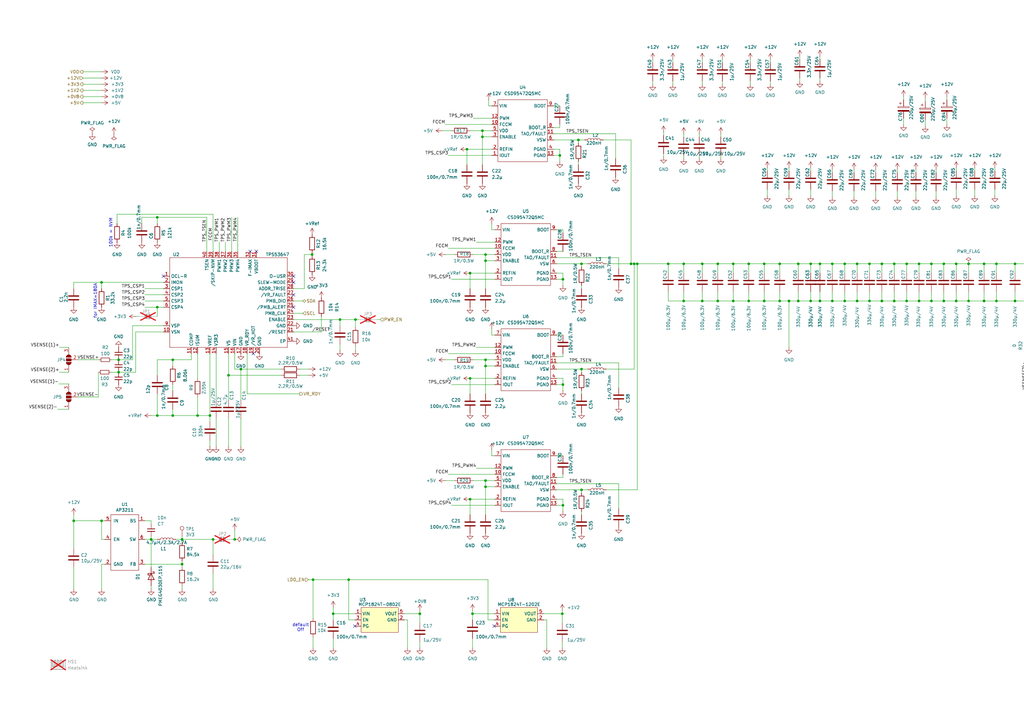
<source format=kicad_sch>
(kicad_sch (version 20231120) (generator "eeschema") (generator_version "8.0")
  (paper "A3")
  (junction (at 288.036 123.444))
  (junction (at 139.446 131.064))
  (junction (at 346.456 108.204))
  (junction (at 193.802 251.714) (diameter 0.9144))
  (junction (at 307.086 123.444))
  (junction (at 199.136 199.644))
  (junction (at 74.676 231.394))
  (junction (at 64.516 170.434))
  (junction (at 431.546 108.204))
  (junction (at 199.136 147.574))
  (junction (at 434.086 123.444))
  (junction (at 41.656 115.824))
  (junction (at 64.516 89.154))
  (junction (at 423.672 123.444))
  (junction (at 351.536 123.444))
  (junction (at 387.096 123.444))
  (junction (at 356.616 108.204))
  (junction (at 300.736 108.204))
  (junction (at 319.786 123.444))
  (junction (at 327.406 108.204))
  (junction (at 408.686 123.444))
  (junction (at 230.886 207.264))
  (junction (at 143.002 237.744))
  (junction (at 64.516 125.984))
  (junction (at 238.506 108.204))
  (junction (at 197.866 53.594))
  (junction (at 238.506 151.384))
  (junction (at 376.936 123.444))
  (junction (at 361.696 123.444))
  (junction (at 172.212 251.714) (diameter 0.9144))
  (junction (at 421.132 108.204))
  (junction (at 392.176 108.204))
  (junction (at 371.856 108.204))
  (junction (at 323.596 123.444))
  (junction (at 191.516 61.214))
  (junction (at 397.256 123.444))
  (junction (at 41.656 213.614))
  (junction (at 346.456 123.444))
  (junction (at 319.786 108.204))
  (junction (at 136.652 251.714) (diameter 0.9144))
  (junction (at 230.632 251.714))
  (junction (at 261.366 108.204))
  (junction (at 199.136 106.934))
  (junction (at 382.016 108.204))
  (junction (at 30.226 213.614))
  (junction (at 361.696 108.204))
  (junction (at 366.776 108.204))
  (junction (at 332.486 123.444))
  (junction (at 351.536 108.204))
  (junction (at 382.016 123.444))
  (junction (at 81.026 170.434))
  (junction (at 98.806 151.384))
  (junction (at 366.776 123.444))
  (junction (at 238.506 200.914))
  (junction (at 192.786 155.194))
  (junction (at 199.136 104.394))
  (junction (at 336.296 108.204))
  (junction (at 199.136 197.104))
  (junction (at 197.866 56.134))
  (junction (at 274.066 108.204))
  (junction (at 371.856 123.444))
  (junction (at 408.686 108.204))
  (junction (at 70.866 170.434))
  (junction (at 61.976 221.234))
  (junction (at 392.176 123.444))
  (junction (at 341.376 108.204))
  (junction (at 288.036 108.204))
  (junction (at 230.886 114.554))
  (junction (at 192.786 204.724))
  (junction (at 341.376 123.444))
  (junction (at 86.106 170.434))
  (junction (at 307.086 108.204))
  (junction (at 280.416 123.444))
  (junction (at 403.606 123.444))
  (junction (at 74.676 221.234))
  (junction (at 332.486 108.204))
  (junction (at 96.266 221.234))
  (junction (at 70.866 147.574))
  (junction (at 397.256 108.204))
  (junction (at 145.796 131.064))
  (junction (at 258.826 108.204))
  (junction (at 387.096 108.204))
  (junction (at 260.096 108.204))
  (junction (at 280.416 108.204))
  (junction (at 48.641 147.574))
  (junction (at 87.376 221.234))
  (junction (at 230.886 157.734))
  (junction (at 294.386 123.444))
  (junction (at 128.397 237.744))
  (junction (at 403.606 108.204))
  (junction (at 356.616 123.444))
  (junction (at 300.736 123.444))
  (junction (at 128.016 104.394))
  (junction (at 313.436 123.444))
  (junction (at 376.936 108.204))
  (junction (at 93.726 153.924))
  (junction (at 48.641 152.654))
  (junction (at 199.136 150.114))
  (junction (at 237.236 57.404))
  (junction (at 327.406 123.444))
  (junction (at 416.306 123.444))
  (junction (at 229.616 63.754))
  (junction (at 416.306 108.204))
  (junction (at 336.296 123.444))
  (junction (at 192.786 112.014))
  (junction (at 313.436 108.204))
  (junction (at 294.386 108.204))
  (no_connect (at 120.396 120.904))
  (no_connect (at 145.542 256.794))
  (no_connect (at 120.396 115.824))
  (no_connect (at 103.886 145.034))
  (no_connect (at 105.156 103.124))
  (no_connect (at 120.396 125.984))
  (no_connect (at 202.692 256.794))
  (no_connect (at 120.396 113.284))
  (no_connect (at 102.616 103.124))
  (no_connect (at 67.056 113.284))
  (wire (pts (xy 183.896 63.754) (xy 201.676 63.754)))
  (wire (pts (xy 120.396 128.524) (xy 124.206 128.524)))
  (wire (pts (xy 260.096 108.204) (xy 260.096 151.384)))
  (wire (pts (xy 351.536 123.444) (xy 356.616 123.444)))
  (wire (pts (xy 300.736 108.204) (xy 307.086 108.204)))
  (wire (pts (xy 24.384 152.654) (xy 28.194 152.654)))
  (wire (pts (xy 237.236 57.404) (xy 237.236 58.674)))
  (wire (pts (xy 323.596 77.724) (xy 323.596 80.264)))
  (wire (pts (xy 201.676 186.944) (xy 202.946 186.944)))
  (wire (pts (xy 128.397 237.744) (xy 143.002 237.744)))
  (wire (pts (xy 199.136 197.104) (xy 202.946 197.104)))
  (wire (pts (xy 336.296 23.114) (xy 336.296 24.384)))
  (wire (pts (xy 356.616 108.204) (xy 356.616 112.014)))
  (wire (pts (xy 230.886 157.734) (xy 230.886 155.194)))
  (wire (pts (xy 61.976 221.234) (xy 61.976 219.964)))
  (wire (pts (xy 274.066 108.204) (xy 280.416 108.204)))
  (wire (pts (xy 382.016 119.634) (xy 382.016 123.444)))
  (wire (pts (xy 145.796 131.064) (xy 147.066 131.064)))
  (wire (pts (xy 296.291 33.274) (xy 296.291 34.544)))
  (wire (pts (xy 139.446 141.224) (xy 139.446 143.764)))
  (wire (pts (xy 30.226 115.824) (xy 30.226 118.364)))
  (wire (pts (xy 383.921 78.359) (xy 383.921 80.899)))
  (wire (pts (xy 28.194 157.48) (xy 24.13 157.48)))
  (wire (pts (xy 392.176 77.724) (xy 392.176 80.264)))
  (wire (pts (xy 167.132 254.254) (xy 167.132 265.684)))
  (wire (pts (xy 387.096 108.204) (xy 392.176 108.204)))
  (wire (pts (xy 201.676 134.874) (xy 201.676 137.414)))
  (wire (pts (xy 229.616 66.294) (xy 229.616 63.754)))
  (wire (pts (xy 323.596 68.834) (xy 323.596 70.104)))
  (wire (pts (xy 197.866 67.564) (xy 197.866 56.134)))
  (wire (pts (xy 238.506 200.914) (xy 241.046 200.914)))
  (wire (pts (xy 346.456 123.444) (xy 351.536 123.444)))
  (wire (pts (xy 252.476 54.864) (xy 252.476 65.024)))
  (wire (pts (xy 81.026 145.034) (xy 81.026 155.194)))
  (wire (pts (xy 416.306 108.204) (xy 421.132 108.204)))
  (wire (pts (xy 98.806 171.704) (xy 98.806 183.134)))
  (wire (pts (xy 300.736 123.444) (xy 307.086 123.444)))
  (wire (pts (xy 379.476 49.149) (xy 379.476 51.689)))
  (wire (pts (xy 280.416 108.204) (xy 280.416 112.014)))
  (wire (pts (xy 253.746 148.844) (xy 253.746 159.004)))
  (wire (pts (xy 224.282 254.254) (xy 224.282 265.684)))
  (wire (pts (xy 319.786 108.204) (xy 327.406 108.204)))
  (wire (pts (xy 288.036 108.204) (xy 294.386 108.204)))
  (wire (pts (xy 247.396 57.404) (xy 258.826 57.404)))
  (wire (pts (xy 366.776 123.444) (xy 371.856 123.444)))
  (wire (pts (xy 64.516 129.794) (xy 64.516 125.984)))
  (wire (pts (xy 93.726 153.924) (xy 93.726 164.084)))
  (wire (pts (xy 288.036 119.634) (xy 288.036 123.444)))
  (wire (pts (xy 327.406 119.634) (xy 327.406 123.444)))
  (wire (pts (xy 228.346 94.234) (xy 230.886 94.234)))
  (wire (pts (xy 346.456 108.204) (xy 346.456 112.014)))
  (wire (pts (xy 346.456 123.444) (xy 341.376 123.444)))
  (wire (pts (xy 371.856 108.204) (xy 371.856 112.014)))
  (wire (pts (xy 120.396 131.064) (xy 139.446 131.064)))
  (wire (pts (xy 356.616 123.444) (xy 356.616 119.634)))
  (wire (pts (xy 376.936 108.204) (xy 382.016 108.204)))
  (wire (pts (xy 230.886 204.724) (xy 228.346 204.724)))
  (wire (pts (xy 41.656 231.394) (xy 42.926 231.394)))
  (wire (pts (xy 228.346 137.414) (xy 230.886 137.414)))
  (wire (pts (xy 139.446 131.064) (xy 139.446 133.604)))
  (wire (pts (xy 258.826 57.404) (xy 258.826 108.204)))
  (wire (pts (xy 70.866 157.734) (xy 70.866 160.274)))
  (wire (pts (xy 388.366 48.514) (xy 388.366 51.054)))
  (wire (pts (xy 280.416 119.634) (xy 280.416 123.444)))
  (wire (pts (xy 248.666 151.384) (xy 260.096 151.384)))
  (wire (pts (xy 336.296 119.634) (xy 336.296 123.444)))
  (wire (pts (xy 30.226 241.554) (xy 30.226 232.664)))
  (wire (pts (xy 202.946 194.564) (xy 183.896 194.564)))
  (wire (pts (xy 248.666 200.914) (xy 261.366 200.914)))
  (wire (pts (xy 416.306 108.204) (xy 416.306 112.014)))
  (wire (pts (xy 230.886 117.094) (xy 230.886 114.554)))
  (wire (pts (xy 267.716 24.384) (xy 267.716 25.654)))
  (wire (pts (xy 84.836 89.154) (xy 84.836 103.124)))
  (wire (pts (xy 93.726 171.704) (xy 93.726 183.134)))
  (wire (pts (xy 59.436 118.364) (xy 67.056 118.364)))
  (wire (pts (xy 319.786 108.204) (xy 319.786 112.014)))
  (wire (pts (xy 201.676 91.694) (xy 201.676 94.234)))
  (wire (pts (xy 288.036 112.014) (xy 288.036 108.204)))
  (wire (pts (xy 32.004 147.574) (xy 40.64 147.574)))
  (wire (pts (xy 30.226 115.824) (xy 41.656 115.824)))
  (wire (pts (xy 315.976 24.384) (xy 315.976 25.654)))
  (wire (pts (xy 74.676 221.234) (xy 72.136 221.234)))
  (wire (pts (xy 41.656 213.614) (xy 42.926 213.614)))
  (wire (pts (xy 275.971 24.384) (xy 275.971 25.654)))
  (wire (pts (xy 248.666 108.204) (xy 258.826 108.204)))
  (wire (pts (xy 197.866 56.134) (xy 201.676 56.134)))
  (wire (pts (xy 32.004 162.814) (xy 40.386 162.814)))
  (wire (pts (xy 370.586 48.514) (xy 370.586 51.054)))
  (wire (pts (xy 361.696 119.634) (xy 361.696 123.444)))
  (wire (pts (xy 392.176 119.634) (xy 392.176 123.444)))
  (wire (pts (xy 230.886 207.264) (xy 230.886 204.724)))
  (wire (pts (xy 228.346 198.374) (xy 253.746 198.374)))
  (wire (pts (xy 61.976 241.554) (xy 61.976 240.284)))
  (wire (pts (xy 89.916 99.314) (xy 89.916 103.124)))
  (wire (pts (xy 423.672 137.922) (xy 423.672 123.444)))
  (wire (pts (xy 351.536 108.204) (xy 356.616 108.204)))
  (wire (pts (xy 202.946 145.034) (xy 183.896 145.034)))
  (wire (pts (xy 182.626 197.104) (xy 186.436 197.104)))
  (wire (pts (xy 313.436 119.634) (xy 313.436 123.444)))
  (wire (pts (xy 383.921 69.469) (xy 383.921 70.739)))
  (wire (pts (xy 200.406 40.894) (xy 200.406 43.434)))
  (wire (pts (xy 74.676 231.394) (xy 74.676 230.124)))
  (wire (pts (xy 327.406 108.204) (xy 332.486 108.204)))
  (wire (pts (xy 288.036 24.384) (xy 288.036 25.654)))
  (wire (pts (xy 227.076 63.754) (xy 229.616 63.754)))
  (wire (pts (xy 397.256 123.444) (xy 403.606 123.444)))
  (wire (pts (xy 48.006 91.694) (xy 48.006 87.884)))
  (wire (pts (xy 351.536 119.634) (xy 351.536 123.444)))
  (wire (pts (xy 332.486 108.204) (xy 336.296 108.204)))
  (wire (pts (xy 351.536 108.204) (xy 351.536 112.014)))
  (wire (pts (xy 408.686 123.444) (xy 416.306 123.444)))
  (wire (pts (xy 64.516 89.154) (xy 64.516 91.694)))
  (wire (pts (xy 227.076 52.324) (xy 229.616 52.324)))
  (wire (pts (xy 228.346 146.304) (xy 230.886 146.304)))
  (wire (pts (xy 314.706 77.724) (xy 314.706 80.264)))
  (wire (pts (xy 64.516 147.574) (xy 64.516 153.924)))
  (wire (pts (xy 202.946 112.014) (xy 192.786 112.014)))
  (wire (pts (xy 397.256 108.204) (xy 397.256 112.014)))
  (wire (pts (xy 128.397 237.744) (xy 128.397 253.619)))
  (wire (pts (xy 423.672 123.444) (xy 434.086 123.444)))
  (wire (pts (xy 227.076 43.434) (xy 229.616 43.434)))
  (wire (pts (xy 328.041 32.004) (xy 328.041 33.274)))
  (wire (pts (xy 202.946 101.854) (xy 183.896 101.854)))
  (wire (pts (xy 48.006 87.884) (xy 87.376 87.884)))
  (wire (pts (xy 296.291 24.384) (xy 296.291 25.654)))
  (wire (pts (xy 332.486 77.724) (xy 332.486 80.264)))
  (wire (pts (xy 238.506 200.914) (xy 238.506 202.184)))
  (wire (pts (xy 98.806 151.384) (xy 115.316 151.384)))
  (wire (pts (xy 253.746 198.374) (xy 253.746 208.534)))
  (wire (pts (xy 143.002 237.744) (xy 200.152 237.744)))
  (wire (pts (xy 341.376 108.204) (xy 346.456 108.204)))
  (wire (pts (xy 59.436 221.234) (xy 61.976 221.234)))
  (wire (pts (xy 64.516 125.984) (xy 67.056 125.984)))
  (wire (pts (xy 313.436 108.204) (xy 313.436 112.014)))
  (wire (pts (xy 336.296 32.004) (xy 336.296 33.274)))
  (wire (pts (xy 172.212 263.144) (xy 172.212 265.684)))
  (wire (pts (xy 387.096 108.204) (xy 387.096 112.014)))
  (wire (pts (xy 97.536 89.154) (xy 97.536 103.124)))
  (wire (pts (xy 228.346 105.664) (xy 253.746 105.664)))
  (wire (pts (xy 202.946 204.724) (xy 192.786 204.724)))
  (wire (pts (xy 228.346 207.264) (xy 230.886 207.264)))
  (wire (pts (xy 307.721 33.274) (xy 307.721 34.544)))
  (wire (pts (xy 361.696 123.444) (xy 366.776 123.444)))
  (wire (pts (xy 41.656 32.004) (xy 34.036 32.004)))
  (wire (pts (xy 361.696 108.204) (xy 361.696 112.014)))
  (wire (pts (xy 319.786 119.634) (xy 319.786 123.444)))
  (wire (pts (xy 41.656 241.554) (xy 41.656 231.394)))
  (wire (pts (xy 136.652 261.874) (xy 136.652 265.684)))
  (wire (pts (xy 74.676 232.664) (xy 74.676 231.394)))
  (wire (pts (xy 421.132 145.542) (xy 421.132 148.082)))
  (wire (pts (xy 74.676 222.504) (xy 74.676 221.234)))
  (wire (pts (xy 230.886 114.554) (xy 230.886 112.014)))
  (wire (pts (xy 87.376 227.584) (xy 87.376 221.234)))
  (wire (pts (xy 41.656 221.234) (xy 42.926 221.234)))
  (wire (pts (xy 192.786 155.194) (xy 192.786 161.544)))
  (wire (pts (xy 403.606 108.204) (xy 403.606 112.014)))
  (wire (pts (xy 88.646 183.134) (xy 88.646 171.704)))
  (wire (pts (xy 228.346 186.944) (xy 230.886 186.944)))
  (wire (pts (xy 434.086 123.444) (xy 434.086 131.064)))
  (wire (pts (xy 336.296 108.204) (xy 341.376 108.204)))
  (wire (pts (xy 382.016 108.204) (xy 382.016 112.014)))
  (wire (pts (xy 145.796 141.859) (xy 145.796 143.764)))
  (wire (pts (xy 227.076 54.864) (xy 252.476 54.864)))
  (wire (pts (xy 434.086 138.684) (xy 434.086 144.018)))
  (wire (pts (xy 181.356 53.594) (xy 185.166 53.594)))
  (wire (pts (xy 64.516 170.434) (xy 64.516 161.544)))
  (wire (pts (xy 199.136 104.394) (xy 202.946 104.394)))
  (wire (pts (xy 408.051 77.724) (xy 408.051 80.264)))
  (wire (pts (xy 145.796 131.064) (xy 145.796 134.239)))
  (wire (pts (xy 59.436 120.904) (xy 67.056 120.904)))
  (wire (pts (xy 332.486 123.444) (xy 336.296 123.444)))
  (wire (pts (xy 387.096 119.634) (xy 387.096 123.444)))
  (wire (pts (xy 376.936 123.444) (xy 382.016 123.444)))
  (wire (pts (xy 403.606 119.634) (xy 403.606 123.444)))
  (wire (pts (xy 195.326 192.024) (xy 202.946 192.024)))
  (wire (pts (xy 78.486 147.574) (xy 70.866 147.574)))
  (wire (pts (xy 392.176 68.834) (xy 392.176 70.104)))
  (wire (pts (xy 408.051 68.834) (xy 408.051 70.104)))
  (wire (pts (xy 359.156 69.469) (xy 359.156 70.739)))
  (wire (pts (xy 40.386 162.814) (xy 40.386 152.654)))
  (wire (pts (xy 228.346 157.734) (xy 230.886 157.734)))
  (wire (pts (xy 368.046 78.359) (xy 368.046 80.899)))
  (wire (pts (xy 74.676 219.964) (xy 74.676 221.234)))
  (wire (pts (xy 274.066 119.634) (xy 274.066 123.444)))
  (wire (pts (xy 128.016 104.394) (xy 128.016 105.029)))
  (wire (pts (xy 88.646 145.034) (xy 88.646 164.084)))
  (wire (pts (xy 332.486 68.834) (xy 332.486 70.104)))
  (wire (pts (xy 28.194 157.734) (xy 28.194 157.48)))
  (wire (pts (xy 84.836 89.154) (xy 64.516 89.154)))
  (wire (pts (xy 122.936 151.384) (xy 126.746 151.384)))
  (wire (pts (xy 376.936 119.634) (xy 376.936 123.444)))
  (wire (pts (xy 202.946 155.194) (xy 192.786 155.194)))
  (wire (pts (xy 131.826 129.794) (xy 131.826 136.144)))
  (wire (pts (xy 128.016 104.394) (xy 128.016 103.759)))
  (wire (pts (xy 48.641 147.574) (xy 54.356 147.574)))
  (wire (pts (xy 230.886 155.194) (xy 228.346 155.194)))
  (wire (pts (xy 272.161 63.119) (xy 272.161 64.389)))
  (wire (pts (xy 193.802 251.714) (xy 202.692 251.714)))
  (wire (pts (xy 382.016 108.204) (xy 387.096 108.204)))
  (wire (pts (xy 41.656 37.084) (xy 34.036 37.084)))
  (wire (pts (xy 399.796 77.724) (xy 399.796 80.264)))
  (wire (pts (xy 267.716 33.274) (xy 267.716 34.544)))
  (wire (pts (xy 199.136 106.934) (xy 199.136 104.394)))
  (wire (pts (xy 74.676 241.554) (xy 74.676 240.284)))
  (wire (pts (xy 336.296 108.204) (xy 336.296 112.014)))
  (wire (pts (xy 201.676 137.414) (xy 202.946 137.414)))
  (wire (pts (xy 288.036 33.274) (xy 288.036 34.544)))
  (wire (pts (xy 230.886 94.234) (xy 230.886 95.504)))
  (wire (pts (xy 397.256 108.204) (xy 403.606 108.204)))
  (wire (pts (xy 341.376 69.469) (xy 341.376 70.739)))
  (wire (pts (xy 328.041 23.114) (xy 328.041 24.384)))
  (wire (pts (xy 294.386 123.444) (xy 300.736 123.444)))
  (wire (pts (xy 193.802 261.874) (xy 193.802 265.684)))
  (wire (pts (xy 45.466 152.654) (xy 48.641 152.654)))
  (wire (pts (xy 61.976 232.664) (xy 61.976 221.234)))
  (wire (pts (xy 295.656 63.754) (xy 295.656 65.024)))
  (wire (pts (xy 258.826 108.204) (xy 260.096 108.204)))
  (wire (pts (xy 399.796 68.834) (xy 399.796 70.104)))
  (wire (pts (xy 87.376 241.554) (xy 87.376 235.204)))
  (wire (pts (xy 185.166 207.264) (xy 202.946 207.264)))
  (wire (pts (xy 230.632 263.144) (xy 230.632 265.684)))
  (wire (pts (xy 230.886 112.014) (xy 228.346 112.014)))
  (wire (pts (xy 199.136 211.074) (xy 199.136 199.644)))
  (wire (pts (xy 201.676 51.054) (xy 182.626 51.054)))
  (wire (pts (xy 323.596 123.444) (xy 327.406 123.444)))
  (wire (pts (xy 228.346 195.834) (xy 230.886 195.834)))
  (wire (pts (xy 54.356 147.574) (xy 54.356 133.604)))
  (wire (pts (xy 371.856 123.444) (xy 376.936 123.444)))
  (wire (pts (xy 228.346 108.204) (xy 238.506 108.204)))
  (wire (pts (xy 41.656 115.824) (xy 67.056 115.824)))
  (wire (pts (xy 228.346 103.124) (xy 230.886 103.124)))
  (wire (pts (xy 193.802 250.444) (xy 193.802 251.714)))
  (wire (pts (xy 397.256 119.634) (xy 397.256 123.444)))
  (wire (pts (xy 55.626 129.794) (xy 56.896 129.794)))
  (wire (pts (xy 41.656 29.464) (xy 34.036 29.464)))
  (wire (pts (xy 341.376 123.444) (xy 336.296 123.444)))
  (wire (pts (xy 370.586 39.624) (xy 370.586 40.894)))
  (wire (pts (xy 228.346 114.554) (xy 230.886 114.554)))
  (wire (pts (xy 224.282 254.254) (xy 223.012 254.254)))
  (wire (pts (xy 86.106 180.594) (xy 86.106 183.134)))
  (wire (pts (xy 61.976 221.234) (xy 64.516 221.234)))
  (wire (pts (xy 199.136 150.114) (xy 202.946 150.114)))
  (wire (pts (xy 59.436 231.394) (xy 74.676 231.394)))
  (wire (pts (xy 96.266 145.034) (xy 96.266 151.384)))
  (wire (pts (xy 55.626 136.144) (xy 55.626 152.654)))
  (wire (pts (xy 403.606 123.444) (xy 408.686 123.444)))
  (wire (pts (xy 295.656 54.864) (xy 295.656 56.134)))
  (wire (pts (xy 371.856 119.634) (xy 371.856 123.444)))
  (wire (pts (xy 388.366 39.624) (xy 388.366 40.894)))
  (wire (pts (xy 185.166 157.734) (xy 202.946 157.734)))
  (wire (pts (xy 350.266 69.469) (xy 350.266 70.739)))
  (wire (pts (xy 154.686 131.064) (xy 155.956 131.064)))
  (wire (pts (xy 341.376 78.359) (xy 341.376 80.899)))
  (wire (pts (xy 379.476 40.259) (xy 379.476 41.529)))
  (wire (pts (xy 431.546 138.684) (xy 431.546 144.018)))
  (wire (pts (xy 300.736 108.204) (xy 300.736 112.014)))
  (wire (pts (xy 41.656 213.614) (xy 41.656 221.234)))
  (wire (pts (xy 201.676 94.234) (xy 202.946 94.234)))
  (wire (pts (xy 392.176 108.204) (xy 397.256 108.204)))
  (wire (pts (xy 228.346 151.384) (xy 238.506 151.384)))
  (wire (pts (xy 194.056 104.394) (xy 199.136 104.394)))
  (wire (pts (xy 199.136 147.574) (xy 202.946 147.574)))
  (wire (pts (xy 30.226 211.074) (xy 30.226 213.614)))
  (wire (pts (xy 408.686 119.634) (xy 408.686 123.444)))
  (wire (pts (xy 197.866 56.134) (xy 197.866 53.594)))
  (wire (pts (xy 93.726 145.034) (xy 93.726 153.924)))
  (wire (pts (xy 229.616 52.324) (xy 229.616 51.054)))
  (wire (pts (xy 238.506 209.804) (xy 238.506 211.074)))
  (wire (pts (xy 280.416 123.444) (xy 288.036 123.444)))
  (wire (pts (xy 41.656 34.544) (xy 34.036 34.544)))
  (wire (pts (xy 96.266 151.384) (xy 98.806 151.384)))
  (wire (pts (xy 319.786 123.444) (xy 323.596 123.444)))
  (wire (pts (xy 81.026 162.814) (xy 81.026 170.434)))
  (wire (pts (xy 238.506 151.384) (xy 241.046 151.384)))
  (wire (pts (xy 230.886 146.304) (xy 230.886 145.034)))
  (wire (pts (xy 195.326 142.494) (xy 202.946 142.494)))
  (wire (pts (xy 416.306 123.444) (xy 423.672 123.444)))
  (wire (pts (xy 172.212 251.714) (xy 172.212 255.524)))
  (wire (pts (xy 185.166 114.554) (xy 202.946 114.554)))
  (wire (pts (xy 143.002 254.254) (xy 145.542 254.254)))
  (wire (pts (xy 24.384 142.494) (xy 28.194 142.494)))
  (wire (pts (xy 387.096 123.444) (xy 392.176 123.444)))
  (wire (pts (xy 346.456 108.204) (xy 351.536 108.204)))
  (wire (pts (xy 193.802 251.714) (xy 193.802 254.254)))
  (wire (pts (xy 346.456 119.634) (xy 346.456 123.444)))
  (wire (pts (xy 341.376 119.634) (xy 341.376 123.444)))
  (wire (pts (xy 307.086 119.634) (xy 307.086 123.444)))
  (wire (pts (xy 59.436 213.614) (xy 61.976 213.614)))
  (wire (pts (xy 228.346 200.914) (xy 238.506 200.914)))
  (wire (pts (xy 136.652 251.714) (xy 136.652 254.254)))
  (wire (pts (xy 194.056 147.574) (xy 199.136 147.574)))
  (wire (pts (xy 172.212 250.444) (xy 172.212 251.714)))
  (wire (pts (xy 229.616 61.214) (xy 227.076 61.214)))
  (wire (pts (xy 199.136 161.544) (xy 199.136 150.114)))
  (wire (pts (xy 120.396 136.144) (xy 131.826 136.144)))
  (wire (pts (xy 366.776 108.204) (xy 366.776 112.014)))
  (wire (pts (xy 356.616 108.204) (xy 361.696 108.204)))
  (wire (pts (xy 202.692 254.254) (xy 200.152 254.254)))
  (wire (pts (xy 124.841 118.364) (xy 124.841 104.394)))
  (wire (pts (xy 228.346 148.844) (xy 253.746 148.844)))
  (wire (pts (xy 230.886 160.274) (xy 230.886 157.734)))
  (wire (pts (xy 307.721 24.384) (xy 307.721 25.654)))
  (wire (pts (xy 126.492 237.744) (xy 128.397 237.744)))
  (wire (pts (xy 280.416 108.204) (xy 288.036 108.204)))
  (wire (pts (xy 200.406 43.434) (xy 201.676 43.434)))
  (wire (pts (xy 300.736 119.634) (xy 300.736 123.444)))
  (wire (pts (xy 61.976 213.614) (xy 61.976 214.884)))
  (wire (pts (xy 58.166 89.154) (xy 58.166 91.694)))
  (wire (pts (xy 200.152 237.744) (xy 200.152 254.254)))
  (wire (pts (xy 416.306 119.634) (xy 416.306 123.444)))
  (wire (pts (xy 230.632 251.714) (xy 230.632 255.524)))
  (wire (pts (xy 64.516 89.154) (xy 58.166 89.154)))
  (wire (pts (xy 286.766 54.864) (xy 286.766 56.134)))
  (wire (pts (xy 368.046 69.469) (xy 368.046 70.739)))
  (wire (pts (xy 70.866 147.574) (xy 64.516 147.574)))
  (wire (pts (xy 307.086 112.014) (xy 307.086 108.204)))
  (wire (pts (xy 288.036 123.444) (xy 294.386 123.444)))
  (wire (pts (xy 313.436 123.444) (xy 319.786 123.444)))
  (wire (pts (xy 128.397 261.239) (xy 128.397 265.684)))
  (wire (pts (xy 41.656 115.824) (xy 41.656 118.364)))
  (wire (pts (xy 120.396 118.364) (xy 124.841 118.364)))
  (wire (pts (xy 382.016 123.444) (xy 387.096 123.444)))
  (wire (pts (xy 96.266 221.234) (xy 94.996 221.234)))
  (wire (pts (xy 122.936 153.924) (xy 126.746 153.924)))
  (wire (pts (xy 371.856 108.204) (xy 376.936 108.204)))
  (wire (pts (xy 261.366 200.914) (xy 261.366 108.204)))
  (wire (pts (xy 92.456 99.314) (xy 92.456 103.124)))
  (wire (pts (xy 227.076 57.404) (xy 237.236 57.404)))
  (wire (pts (xy 192.786 53.594) (xy 197.866 53.594)))
  (wire (pts (xy 30.226 225.044) (xy 30.226 213.614)))
  (wire (pts (xy 366.776 119.634) (xy 366.776 123.444)))
  (wire (pts (xy 136.652 251.714) (xy 145.542 251.714)))
  (wire (pts (xy 392.176 108.204) (xy 392.176 112.014)))
  (wire (pts (xy 98.806 151.384) (xy 98.806 164.084)))
  (wire (pts (xy 356.616 123.444) (xy 361.696 123.444)))
  (wire (pts (xy 238.506 108.204) (xy 238.506 109.474)))
  (wire (pts (xy 199.136 106.934) (xy 202.946 106.934)))
  (wire (pts (xy 61.976 170.434) (xy 64.516 170.434)))
  (wire (pts (xy 238.506 151.384) (xy 238.506 152.654)))
  (wire (pts (xy 327.406 108.204) (xy 327.406 112.014)))
  (wire (pts (xy 431.546 108.204) (xy 434.086 108.204)))
  (wire (pts (xy 136.652 249.174) (xy 136.652 251.714)))
  (wire (pts (xy 70.866 170.434) (xy 64.516 170.434)))
  (wire (pts (xy 93.726 153.924) (xy 115.316 153.924)))
  (wire (pts (xy 421.132 108.204) (xy 431.546 108.204)))
  (wire (pts (xy 87.376 87.884) (xy 87.376 103.124)))
  (wire (pts (xy 101.346 161.544) (xy 122.936 161.544)))
  (wire (pts (xy 359.156 78.359) (xy 359.156 80.899)))
  (wire (pts (xy 361.696 108.204) (xy 366.776 108.204)))
  (wire (pts (xy 315.976 33.274) (xy 315.976 34.544)))
  (wire (pts (xy 78.486 145.034) (xy 78.486 147.574)))
  (wire (pts (xy 376.936 108.204) (xy 376.936 112.014)))
  (wire (pts (xy 124.841 104.394) (xy 128.016 104.394)))
  (wire (pts (xy 182.626 147.574) (xy 186.436 147.574)))
  (wire (pts (xy 408.686 108.204) (xy 408.686 112.014)))
  (wire (pts (xy 230.632 250.444) (xy 230.632 251.714)))
  (wire (pts (xy 314.706 68.834) (xy 314.706 70.104)))
  (wire (pts (xy 45.72 147.574) (xy 48.641 147.574)))
  (wire (pts (xy 431.546 108.204) (xy 431.546 104.394)))
  (wire (pts (xy 87.376 221.234) (xy 74.676 221.234)))
  (wire (pts (xy 120.396 123.444) (xy 124.206 123.444)))
  (wire (pts (xy 280.416 54.864) (xy 280.416 56.134)))
  (wire (pts (xy 167.132 254.254) (xy 165.862 254.254)))
  (wire (pts (xy 272.161 54.229) (xy 272.161 55.499)))
  (wire (pts (xy 230.886 209.804) (xy 230.886 207.264)))
  (wire (pts (xy 229.616 63.754) (xy 229.616 61.214)))
  (wire (pts (xy 280.416 63.754) (xy 280.416 65.024)))
  (wire (pts (xy 431.546 108.204) (xy 431.546 131.064)))
  (wire (pts (xy 260.096 108.204) (xy 261.366 108.204)))
  (wire (pts (xy 201.676 61.214) (xy 191.516 61.214)))
  (wire (pts (xy 423.672 145.542) (xy 423.672 148.336)))
  (wire (pts (xy 230.886 195.834) (xy 230.886 194.564)))
  (wire (pts (xy 341.376 108.204) (xy 341.376 112.014)))
  (wire (pts (xy 408.686 108.204) (xy 416.306 108.204)))
  (wire (pts (xy 41.656 39.624) (xy 34.036 39.624)))
  (wire (pts (xy 143.002 237.744) (xy 143.002 254.254)))
  (wire (pts (xy 94.996 89.154) (xy 94.996 103.124)))
  (wire (pts (xy 59.436 125.984) (xy 64.516 125.984)))
  (wire (pts (xy 294.386 108.204) (xy 294.386 112.014)))
  (wire (pts (xy 403.606 108.204) (xy 408.686 108.204)))
  (wire (pts (xy 67.056 133.604) (xy 54.356 133.604)))
  (wire (pts (xy 34.036 42.164) (xy 41.656 42.164)))
  (wire (pts (xy 261.366 108.204) (xy 274.066 108.204)))
  (wire (pts (xy 275.971 33.274) (xy 275.971 34.544)))
  (wire (pts (xy 59.436 123.444) (xy 67.056 123.444)))
  (wire (pts (xy 70.866 147.574) (xy 70.866 150.114)))
  (wire (pts (xy 375.666 69.469) (xy 375.666 70.739)))
  (wire (pts (xy 332.486 119.634) (xy 332.486 123.444)))
  (wire (pts (xy 237.236 57.404) (xy 239.776 57.404)))
  (wire (pts (xy 392.176 123.444) (xy 397.256 123.444)))
  (wire (pts (xy 86.106 170.434) (xy 81.026 170.434)))
  (wire (pts (xy 199.136 150.114) (xy 199.136 147.574)))
  (wire (pts (xy 70.866 167.894) (xy 70.866 170.434)))
  (wire (pts (xy 182.626 104.394) (xy 186.436 104.394)))
  (wire (pts (xy 375.666 78.359) (xy 375.666 80.899)))
  (wire (pts (xy 101.346 145.034) (xy 101.346 161.544)))
  (wire (pts (xy 307.086 123.444) (xy 313.436 123.444)))
  (wire (pts (xy 238.506 108.204) (xy 241.046 108.204)))
  (wire (pts (xy 86.106 145.034) (xy 86.106 170.434)))
  (wire (pts (xy 48.641 152.654) (xy 55.626 152.654)))
  (wire (pts (xy 274.066 108.204) (xy 274.066 112.014)))
  (wire (pts (xy 67.056 136.144) (xy 55.626 136.144)))
  (wire (pts (xy 194.056 48.514) (xy 201.676 48.514)))
  (wire (pts (xy 421.132 108.204) (xy 421.132 137.922)))
  (wire (pts (xy 238.506 160.274) (xy 238.506 161.544)))
  (wire (pts (xy 165.862 251.714) (xy 172.212 251.714)))
  (wire (pts (xy 294.386 108.204) (xy 300.736 108.204)))
  (wire (pts (xy 191.516 61.214) (xy 191.516 67.564)))
  (wire (pts (xy 223.012 251.714) (xy 230.632 251.714)))
  (wire (pts (xy 307.086 108.204) (xy 313.436 108.204)))
  (wire (pts (xy 274.066 123.444) (xy 280.416 123.444)))
  (wire (pts (xy 86.106 170.434) (xy 86.106 172.974)))
  (wire (pts (xy 237.236 66.294) (xy 237.236 67.564)))
  (wire (pts (xy 96.266 217.424) (xy 96.266 221.234)))
  (wire (pts (xy 366.776 108.204) (xy 371.856 108.204)))
  (wire (pts (xy 199.136 118.364) (xy 199.136 106.934)))
  (wire (pts (xy 81.026 170.434) (xy 70.866 170.434)))
  (wire (pts (xy 28.194 167.894) (xy 23.622 167.894)))
  (wire (pts (xy 323.596 123.444) (xy 323.596 142.494)))
  (wire (pts (xy 313.436 108.204) (xy 319.786 108.204)))
  (wire (pts (xy 199.136 199.644) (xy 202.946 199.644)))
  (wire (pts (xy 192.786 204.724) (xy 192.786 211.074)))
  (wire (pts (xy 253.746 105.664) (xy 253.746 110.109)))
  (wire (pts (xy 199.136 199.644) (xy 199.136 197.104)))
  (wire (pts (xy 30.226 213.614) (xy 41.656 213.614)))
  (wire (pts (xy 139.446 131.064) (xy 145.796 131.064)))
  (wire (pts (xy 192.786 112.014) (xy 192.786 118.364)))
  (wire (pts (xy 201.676 184.404) (xy 201.676 186.944)))
  (wire (pts (xy 197.866 53.594) (xy 201.676 53.594)))
  (wire (pts (xy 195.326 99.314) (xy 202.946 99.314)))
  (wire (pts (xy 294.386 119.634) (xy 294.386 123.444)))
  (wire (pts (xy 286.766 63.754) (xy 286.766 65.024)))
  (wire (pts (xy 332.486 108.204) (xy 332.486 112.014)))
  (wire (pts (xy 350.266 78.359) (xy 350.266 80.899)))
  (wire (pts (xy 238.506 117.094) (xy 238.506 118.364)))
  (wire (pts (xy 327.406 123.444) (xy 332.486 123.444)))
  (wire (pts (xy 194.056 197.104) (xy 199.136 197.104)))
  (text "100k = NVM" (at 45.466 95.504 90) (effects (font (size 1.27 1.27))))
  (text "default\nOff" (at 123.317 257.429 0) (effects (font (size 1.27 1.27))))
  (text "for IMAX=180A" (at 39.116 123.444 90) (effects (font (size 1.27 1.27))))
  (label "FCCM" (at 183.896 145.034 180))
  (label "FCCM" (at 182.626 51.054 180))
  (label "TPS_CSP2" (at 185.166 157.734 180))
  (label "TPS_CSP4" (at 59.436 125.984 180))
  (label "VSENSE(1)-" (at 24.13 157.48 180))
  (label "FCCM" (at 183.896 194.564 180))
  (label "TPS_CSP1" (at 185.166 114.554 180))
  (label "VSENSE-" (at 40.386 162.814 180))
  (label "VSENSE(1)-" (at 434.086 144.018 270))
  (label "TPS_CSP3" (at 183.896 63.754 180))
  (label "TPS_TSEN" (at 232.156 54.864 0))
  (label "TPS_TSEN" (at 233.426 198.374 0))
  (label "TPS_CSP1" (at 59.436 118.364 180))
  (label "TPS_PWM3" (at 194.056 48.514 180))
  (label "FCCM" (at 87.376 98.679 90))
  (label "TPS_PWM4" (at 195.326 192.024 180))
  (label "VSENSE(2)+" (at 24.384 152.654 180))
  (label "VSENSE(2)+" (at 421.132 148.082 270))
  (label "TPS_PWM1" (at 195.326 99.314 180))
  (label "VSENSE+" (at 40.64 147.574 180))
  (label "VSENSE(1)+" (at 24.384 142.494 180))
  (label "TPS_PWM3" (at 94.996 89.154 270))
  (label "VSENSE(1)+" (at 431.546 144.018 270))
  (label "TPS_TSEN" (at 233.426 105.664 0))
  (label "TPS_CSP2" (at 59.436 120.904 180))
  (label "TPS_CSP4" (at 185.166 207.264 180))
  (label "TPS_PWM2" (at 195.326 142.494 180))
  (label "TPS_PWM1" (at 89.916 99.314 90))
  (label "TPS_TSEN" (at 84.836 99.314 90))
  (label "VSENSE(2)-" (at 423.672 148.336 270))
  (label "VSENSE(2)-" (at 23.622 167.894 180))
  (label "FCCM" (at 183.896 101.854 180))
  (label "TPS_PWM4" (at 97.536 89.154 270))
  (label "TPS_TSEN" (at 233.426 148.844 0))
  (label "TPS_CSP3" (at 59.436 123.444 180))
  (label "TPS_PWM2" (at 92.456 99.314 90))
  (label "{slash}RESET" (at 128.016 136.144 0))
  (hierarchical_label "SCL" (shape input) (at 124.206 128.524 0))
  (hierarchical_label "SDA" (shape bidirectional) (at 124.206 123.444 0))
  (hierarchical_label "+5V" (shape output) (at 34.036 42.164 180))
  (hierarchical_label "+1V2" (shape output) (at 34.036 37.084 180))
  (hierarchical_label "PWR_EN" (shape input) (at 155.956 131.064 0))
  (hierarchical_label "+0V8" (shape output) (at 34.036 39.624 180))
  (hierarchical_label "+12V" (shape input) (at 34.036 32.004 180))
  (hierarchical_label "VR_RDY" (shape output) (at 122.936 161.544 0))
  (hierarchical_label "VDD" (shape output) (at 34.036 29.464 180))
  (hierarchical_label "+3V3" (shape output) (at 34.036 34.544 180))
  (hierarchical_label "LDO_EN" (shape input) (at 126.492 237.744 180))
  (symbol (lib_id "power:GND") (at 328.041 33.274 0) (unit 1)
    (property "Reference" "#PWR0108" (effects (hide yes)))
    (property "Value" "GND" (at 328.041 37.846 0))
  )
  (symbol (lib_id "Device:C_Small") (at 48.641 150.114 0) (unit 1)
    (property "Reference" "C4" (at 50.546 148.844 0) (effects (justify left)))
    (property "Value" "22p" (at 50.546 151.384 0) (effects (justify left)))
    (property "Footprint" "Capacitor_SMD:C_0603_1608Metric" (effects (hide yes)))
    (property "Description" "CAP CER 22PF 50V C0G/NP0 0603" (effects (hide yes)))
    (property "Distributor" "D" (effects (hide yes)))
    (property "Manufacturer" "KGM15ACG1H220JT" (effects (hide yes)))
    (property "OrderNr" "478-KGM15ACG1H220JTCT-ND" (effects (hide yes)))
    (property "Brand" "KYOCERA AVX" (effects (hide yes)))
    (property "Size" "0603" (effects (hide yes)))
  )
  (symbol (lib_name "GND_2") (lib_id "power:GND") (at 199.136 218.694 0) (unit 1)
    (property "Reference" "#PWR062" (effects (hide yes)))
    (property "Value" "GND" (at 199.136 223.774 0))
    (property "Description" "Power symbol creates a global label with name \"GND\" , ground" (effects (hide yes)))
  )
  (symbol (lib_id "power:+3V3") (at 136.652 249.174 0) (unit 1)
    (property "Reference" "#PWR040" (effects (hide yes)))
    (property "Value" "+3V3" (at 136.652 244.094 0))
  )
  (symbol (lib_id "Device:C") (at 136.652 258.064 0) (unit 1)
    (property "Reference" "C16" (at 137.922 256.159 0) (effects (justify left bottom)))
    (property "Value" "100n/0.7mm" (at 137.922 261.874 0) (effects (justify left bottom)))
    (property "Footprint" "Capacitor_SMD:C_0805_2012Metric" (effects (hide yes)))
    (property "Description" "CAP CER 0.1UF 50V X7R 0805" (effects (hide yes)))
    (property "Distributor" "D" (effects (hide yes)))
    (property "Manufacturer" "AC0805KRX7R9BB104" (effects (hide yes)))
    (property "OrderNr" "311-3037-1-ND" (effects (hide yes)))
    (property "Brand" "YAGEO" (effects (hide yes)))
    (property "Size" "0805" (effects (hide yes)))
  )
  (symbol (lib_id "mylib7:+VRef") (at 192.786 155.194 90) (unit 1)
    (property "Reference" "#PWR053" (effects (hide yes)))
    (property "Value" "+VRef" (at 188.976 155.1939 90) (effects (justify left)))
    (property "Description" "Power symbol creates a global label with name \"+3.3V\"" (effects (hide yes)))
  )
  (symbol (lib_id "Device:C") (at 294.386 115.824 0) (unit 1)
    (property "Reference" "C49" (at 293.116 114.554 90) (effects (justify left)))
    (property "Value" "100µ/6.3V" (at 294.386 135.636 90) (effects (justify left)))
    (property "Footprint" "Capacitor_SMD:C_1210_3225Metric" (effects (hide yes)))
    (property "Description" "CAP CER 100UF 10V X5R 1210" (effects (hide yes)))
    (property "Distributor" "D" (effects (hide yes)))
    (property "Manufacturer" "C1210C107M8PAC7800" (effects (hide yes)))
    (property "OrderNr" "399-C1210C107M8PAC7800CT-ND" (effects (hide yes)))
    (property "Brand" "KEMET" (effects (hide yes)))
    (property "Size" "1210" (effects (hide yes)))
  )
  (symbol (lib_id "mylib7:+VRef") (at 192.786 204.724 90) (unit 1)
    (property "Reference" "#PWR055" (effects (hide yes)))
    (property "Value" "+VRef" (at 188.976 204.7239 90) (effects (justify left)))
    (property "Description" "Power symbol creates a global label with name \"+3.3V\"" (effects (hide yes)))
  )
  (symbol (lib_id "Device:C") (at 70.866 164.084 0) (mirror y) (unit 1)
    (property "Reference" "C9" (at 74.676 166.624 90) (effects (justify left)))
    (property "Value" "1n/0.7mm" (at 67.056 167.894 90) (effects (justify left)))
    (property "Footprint" "Capacitor_SMD:C_0805_2012Metric" (effects (hide yes)))
    (property "Description" "CAP CER 1000PF 100V X7R 0805" (effects (hide yes)))
    (property "Distributor" "D" (effects (hide yes)))
    (property "Manufacturer" "CC0805KRX7R0BB102" (effects (hide yes)))
    (property "OrderNr" "311-1472-1-ND" (effects (hide yes)))
    (property "Brand" "YAGEO" (effects (hide yes)))
    (property "Size" "0805" (effects (hide yes)))
  )
  (symbol (lib_id "power:+12V") (at 368.046 69.469 0) (unit 1)
    (property "Reference" "#PWR0119" (effects (hide yes)))
    (property "Value" "+12V" (at 368.046 64.389 0))
  )
  (symbol (lib_id "Device:R") (at 423.672 141.732 180) (unit 1)
    (property "Reference" "R35" (at 426.212 141.732 90))
    (property "Value" "0" (at 428.752 141.732 90))
    (property "Footprint" "Resistor_SMD:R_0805_2012Metric" (effects (hide yes)))
    (property "Description" "RES 0 OHM JUMPER 1/8W 0805" (effects (hide yes)))
    (property "Distributor" "D" (effects (hide yes)))
    (property "Manufacturer" "RMCF0805ZT0R00" (effects (hide yes)))
    (property "OrderNr" "RMCF0805ZT0R00CT-ND" (effects (hide yes)))
    (property "Brand" "Stackpole Electronics Inc" (effects (hide yes)))
    (property "Size" "0805" (effects (hide yes)))
  )
  (symbol (lib_name "+5V_3") (lib_id "power:+5V") (at 272.161 54.229 0) (unit 1)
    (property "Reference" "#PWR084" (effects (hide yes)))
    (property "Value" "+5V" (at 272.161 49.149 0))
    (property "Description" "Power symbol creates a global label with name \"+5V\"" (effects (hide yes)))
  )
  (symbol (lib_id "Device:C") (at 336.296 115.824 0) (unit 1)
    (property "Reference" "C65" (at 335.026 114.554 90) (effects (justify left)))
    (property "Value" "330µ/4V" (at 336.296 134.366 90) (effects (justify left)))
    (property "Footprint" "Capacitor_SMD:C_1210_3225Metric" (effects (hide yes)))
    (property "Description" "CAP CER 330UF 4V X5R 1210" (effects (hide yes)))
    (property "Distributor" "D" (effects (hide yes)))
    (property "Manufacturer" "GRM32ER60G337ME05K" (effects (hide yes)))
    (property "OrderNr" "490-GRM32ER60G337ME05KCT-ND" (effects (hide yes)))
    (property "Brand" "Murata Electronics" (effects (hide yes)))
    (property "Size" "1210" (effects (hide yes)))
  )
  (symbol (lib_id "power:GND") (at 399.796 80.264 0) (unit 1)
    (property "Reference" "#PWR0134" (effects (hide yes)))
    (property "Value" "GND" (at 399.796 84.836 0))
  )
  (symbol (lib_name "GND_2") (lib_id "power:GND") (at 253.746 117.729 0) (unit 1)
    (property "Reference" "#PWR079" (effects (hide yes)))
    (property "Value" "GND" (at 253.746 122.809 0))
    (property "Description" "Power symbol creates a global label with name \"GND\" , ground" (effects (hide yes)))
  )
  (symbol (lib_id "Device:C") (at 267.716 29.464 0) (unit 1)
    (property "Reference" "C40" (at 266.446 28.194 90) (effects (justify left)))
    (property "Value" "3.3n/25V" (at 271.526 33.274 90) (effects (justify left)))
    (property "Footprint" "Capacitor_SMD:C_0805_2012Metric" (effects (hide yes)))
    (property "Description" "CAP CER 3300PF 100V C0G/NP0 0805" (effects (hide yes)))
    (property "Distributor" "D" (effects (hide yes)))
    (property "Manufacturer" "GRM2165C2A332JA01D" (effects (hide yes)))
    (property "OrderNr" "490-8291-1-ND" (effects (hide yes)))
    (property "Brand" "Murata Electronics" (effects (hide yes)))
    (property "Size" "0805" (effects (hide yes)))
  )
  (symbol (lib_id "power:GND") (at 37.846 54.864 0) (unit 1)
    (property "Reference" "#PWR05" (effects (hide yes)))
    (property "Value" "GND" (at 37.846 59.309 0))
  )
  (symbol (lib_id "Device:C") (at 332.486 115.824 0) (unit 1)
    (property "Reference" "C63" (at 331.216 114.554 90) (effects (justify left)))
    (property "Value" "330µ/4V" (at 332.486 134.366 90) (effects (justify left)))
    (property "Footprint" "Capacitor_SMD:C_1210_3225Metric" (effects (hide yes)))
    (property "Description" "CAP CER 330UF 4V X5R 1210" (effects (hide yes)))
    (property "Distributor" "D" (effects (hide yes)))
    (property "Manufacturer" "GRM32ER60G337ME05K" (effects (hide yes)))
    (property "OrderNr" "490-GRM32ER60G337ME05KCT-ND" (effects (hide yes)))
    (property "Brand" "Murata Electronics" (effects (hide yes)))
    (property "Size" "1210" (effects (hide yes)))
  )
  (symbol (lib_id "Device:R") (at 190.246 104.394 90) (mirror x) (unit 1)
    (property "Reference" "R18" (at 190.5 104.14 90))
    (property "Value" "1R/0.5W" (at 190.246 106.934 90))
    (property "Footprint" "Resistor_SMD:R_0805_2012Metric" (effects (hide yes)))
    (property "Description" "RES SMD 1 OHM 1% 1/2W 0805" (effects (hide yes)))
    (property "Distributor" "D" (effects (hide yes)))
    (property "Manufacturer" "CRCW08051R00FKEAHP" (effects (hide yes)))
    (property "OrderNr" "541-1.00TCT-ND" (effects (hide yes)))
    (property "Brand" "Vishay Dale" (effects (hide yes)))
    (property "Size" "0805" (effects (hide yes)))
  )
  (symbol (lib_id "Device:R") (at 145.796 138.049 0) (unit 1)
    (property "Reference" "R16" (at 148.336 136.779 0) (effects (justify left)))
    (property "Value" "10k" (at 148.336 139.319 0) (effects (justify left)))
    (property "Footprint" "Resistor_SMD:R_0805_2012Metric" (effects (hide yes)))
    (property "Description" "RES 10K OHM 1% 1/8W 0805" (effects (hide yes)))
    (property "Manufacturer" "RMCF0805FT10K0" (effects (hide yes)))
    (property "OrderNr" "RMCF0805FT10K0CT-ND" (effects (hide yes)))
    (property "Distributor" "D" (effects (hide yes)))
    (property "Brand" "Stackpole Electronics Inc" (effects (hide yes)))
    (property "Size" "0805" (effects (hide yes)))
  )
  (symbol (lib_name "GND_2") (lib_id "power:GND") (at 199.136 169.164 0) (unit 1)
    (property "Reference" "#PWR061" (effects (hide yes)))
    (property "Value" "GND" (at 199.136 174.244 0))
    (property "Description" "Power symbol creates a global label with name \"GND\" , ground" (effects (hide yes)))
  )
  (symbol (lib_id "mylib7:CSD95472Q5MC") (at 215.646 147.574 0) (unit 1)
    (property "Reference" "U6" (at 215.646 129.794 0))
    (property "Value" "CSD95472Q5MC" (at 215.646 132.334 0))
    (property "Footprint" "myfootprints:CSD95472-SON-5x6" (effects (hide yes)))
    (property "Description" "IC SYNC BUCK 60A 12VSON" (effects (hide yes)))
    (property "Distributor" "D" (effects (hide yes)))
    (property "Manufacturer" "CSD95472Q5MC" (effects (hide yes)))
    (property "OrderNr" "296-43950-1-ND" (effects (hide yes)))
    (property "Brand" "Texas Instruments" (effects (hide yes)))
    (property "Size" "SON-5x6" (effects (hide yes)))
  )
  (symbol (lib_id "Device:C") (at 336.296 28.194 0) (unit 1)
    (property "Reference" "C64" (at 335.026 26.924 90) (effects (justify left)))
    (property "Value" "1µ/25V" (at 340.106 32.004 90) (effects (justify left)))
    (property "Footprint" "Capacitor_SMD:C_0805_2012Metric" (effects (hide yes)))
    (property "Description" "CAP CER 1UF 25V X7R 0805" (effects (hide yes)))
    (property "Distributor" "D" (effects (hide yes)))
    (property "Manufacturer" "CL21B105KAFNNNE" (effects (hide yes)))
    (property "OrderNr" "1276-1066-1-ND" (effects (hide yes)))
    (property "Brand" "Samsung Electro-Mechanics" (effects (hide yes)))
    (property "Size" "0805" (effects (hide yes)))
  )
  (symbol (lib_id "Device:C") (at 229.616 47.244 0) (unit 1)
    (property "Reference" "C27" (at 228.346 45.974 90) (effects (justify left)))
    (property "Value" "100n/0.7mm" (at 232.791 51.054 90) (effects (justify left)))
    (property "Footprint" "Capacitor_SMD:C_0805_2012Metric" (effects (hide yes)))
    (property "Description" "CAP CER 0.1UF 50V X7R 0805" (effects (hide yes)))
    (property "Distributor" "D" (effects (hide yes)))
    (property "Manufacturer" "AC0805KRX7R9BB104" (effects (hide yes)))
    (property "OrderNr" "311-3037-1-ND" (effects (hide yes)))
    (property "Brand" "YAGEO" (effects (hide yes)))
    (property "Size" "0805" (effects (hide yes)))
  )
  (symbol (lib_id "Device:C") (at 252.476 68.834 0) (mirror y) (unit 1)
    (property "Reference" "C36" (at 256.286 71.374 90) (effects (justify left)))
    (property "Value" "1n/0.7mm" (at 248.666 70.104 90) (effects (justify left)))
    (property "Footprint" "Capacitor_SMD:C_0805_2012Metric" (effects (hide yes)))
    (property "Description" "CAP CER 1000PF 100V X7R 0805" (effects (hide yes)))
    (property "Distributor" "D" (effects (hide yes)))
    (property "Manufacturer" "CC0805KRX7R0BB102" (effects (hide yes)))
    (property "OrderNr" "311-1472-1-ND" (effects (hide yes)))
    (property "Brand" "YAGEO" (effects (hide yes)))
    (property "Size" "0805" (effects (hide yes)))
  )
  (symbol (lib_id "power:GND") (at 336.296 33.274 0) (unit 1)
    (property "Reference" "#PWR0112" (effects (hide yes)))
    (property "Value" "GND" (at 336.296 37.846 0))
  )
  (symbol (lib_id "Device:C") (at 30.226 122.174 0) (mirror y) (unit 1)
    (property "Reference" "C1" (at 25.146 124.079 90) (effects (justify left)))
    (property "Value" "2.2n" (at 27.051 124.079 90) (effects (justify left)))
    (property "Footprint" "Capacitor_SMD:C_0805_2012Metric" (effects (hide yes)))
    (property "Description" "CAP CER 2200PF 50V C0G/NP0 0805" (effects (hide yes)))
    (property "Distributor" "D" (effects (hide yes)))
    (property "Manufacturer" "CL21C222JBFNNNE" (effects (hide yes)))
    (property "OrderNr" "1276-2993-1-ND" (effects (hide yes)))
    (property "Brand" "Samsung Electro-Mechanics" (effects (hide yes)))
    (property "Size" "0805" (effects (hide yes)))
  )
  (symbol (lib_id "Jumper:SolderJumper_3_Open") (at 28.194 162.814 90) (unit 1) (exclude_from_sim yes) (in_bom no)
    (property "Reference" "JP5" (at 25.4 162.8139 90) (effects (justify left)))
    (property "Value" "SolderJumper_3_Open" (effects (hide yes)))
    (property "Footprint" "Jumper:SolderJumper-3_P1.3mm_Open_RoundedPad1.0x1.5mm" (effects (hide yes)))
    (property "Description" "Solder Jumper, 3-pole, open" (effects (hide yes)))
  )
  (symbol (lib_id "Device:C") (at 30.226 228.854 0) (unit 1)
    (property "Reference" "C2" (at 33.147 227.6856 0) (effects (justify left)))
    (property "Value" "10µ/25V" (at 33.147 229.997 0) (effects (justify left)))
    (property "Footprint" "Capacitor_SMD:C_0805_2012Metric" (effects (hide yes)))
    (property "Description" "CAP CER 10UF 25V X5R 0805" (effects (hide yes)))
    (property "Distributor" "D" (effects (hide yes)))
    (property "Manufacturer" "C2012X5R1E106K125AB" (effects (hide yes)))
    (property "OrderNr" "445-5984-1-ND" (effects (hide yes)))
    (property "Brand" "TDK Corporation" (effects (hide yes)))
    (property "Size" "0805" (effects (hide yes)))
  )
  (symbol (lib_id "Device:D_Schottky") (at 61.976 236.474 270) (unit 1)
    (property "Reference" "D1" (at 56.4896 236.474 0))
    (property "Value" "PMEG4030EP,115" (at 65.786 240.284 0))
    (property "Footprint" "Diode_SMD:D_SOD-128" (effects (hide yes)))
    (property "Description" "DIODE SCHOTTKY 40V 3A SOD128" (effects (hide yes)))
    (property "Distributor" "D" (effects (hide yes)))
    (property "Manufacturer" "PMEG4030EP,115" (effects (hide yes)))
    (property "OrderNr" "1727-5841-1-ND" (effects (hide yes)))
    (property "Brand" "Nexperia USA Inc." (effects (hide yes)))
    (property "Size" "D_SOD-128" (effects (hide yes)))
  )
  (symbol (lib_id "power:+12V") (at 41.656 32.004 270) (mirror x) (unit 1)
    (property "Reference" "#PWR07" (effects (hide yes)))
    (property "Value" "+12V" (at 44.831 32.004 90) (effects (justify left)))
  )
  (symbol (lib_name "MCP1824_1") (lib_id "bitaxe:MCP1824") (at 155.702 252.984 0) (unit 1)
    (property "Reference" "U3" (at 148.717 245.999 0))
    (property "Value" "MCP1824T-0802E" (at 155.702 247.904 0))
    (property "Footprint" "Package_TO_SOT_SMD:SOT-23-5" (effects (hide yes)))
    (property "Datasheet" "https://ww1.microchip.com/downloads/en/DeviceDoc/22070a.pdf" (effects (hide yes)))
    (property "Description" "IC REG LINEAR 0.8V 300MA SOT23-5" (effects (hide yes)))
    (property "OrderNr" "MCP1824T-0802E/OTCT-ND" (effects (hide yes)))
    (property "Distributor" "D" (effects (hide yes)))
    (property "Manufacturer" "MCP1824T-0802E/OT" (effects (hide yes)))
    (property "Brand" "Microchip Technology" (effects (hide yes)))
    (property "Size" "SOT-23-5" (effects (hide yes)))
  )
  (symbol (lib_id "power:GND") (at 41.656 241.554 0) (unit 1)
    (property "Reference" "#PWR012" (effects (hide yes)))
    (property "Value" "GND" (at 41.783 245.9482 0))
  )
  (symbol (lib_id "mylib7:TPS53647") (at 93.726 124.714 0) (unit 1)
    (property "Reference" "U2" (at 70.866 104.394 0) (effects (justify left)))
    (property "Value" "TPS53647" (at 108.966 104.394 0) (effects (justify left)))
    (property "Footprint" "Package_DFN_QFN:Texas_RHA0040B_VQFN-40-1EP_6x6mm_P0.5mm_EP4.15x4.15mm_ThermalVias" (effects (hide yes)))
    (property "Description" "IC REG CTRLR VR12 1OUT 40WQFN" (effects (hide yes)))
    (property "Distributor" "D" (effects (hide yes)))
    (property "Manufacturer" "TPS53647RTAR" (effects (hide yes)))
    (property "OrderNr" "296-51986-1-ND" (effects (hide yes)))
    (property "Brand" "Texas Instruments" (effects (hide yes)))
  )
  (symbol (lib_id "power:+12V") (at 314.706 68.834 0) (unit 1)
    (property "Reference" "#PWR0100" (effects (hide yes)))
    (property "Value" "+12V" (at 314.706 63.754 0))
  )
  (symbol (lib_id "Device:C") (at 238.506 165.354 0) (mirror y) (unit 1)
    (property "Reference" "C34" (at 242.316 167.894 90) (effects (justify left)))
    (property "Value" "1n/0.7mm" (at 235.331 171.704 90) (effects (justify left)))
    (property "Footprint" "Capacitor_SMD:C_0805_2012Metric" (effects (hide yes)))
    (property "Description" "CAP CER 1000PF 100V X7R 0805" (effects (hide yes)))
    (property "Distributor" "D" (effects (hide yes)))
    (property "Manufacturer" "CC0805KRX7R0BB102" (effects (hide yes)))
    (property "OrderNr" "311-1472-1-ND" (effects (hide yes)))
    (property "Brand" "YAGEO" (effects (hide yes)))
    (property "Size" "0805" (effects (hide yes)))
  )
  (symbol (lib_id "Device:C") (at 341.376 74.549 0) (unit 1)
    (property "Reference" "C66" (at 340.106 73.279 90) (effects (justify left)))
    (property "Value" "22µ/25V" (at 345.186 78.359 90) (effects (justify left)))
    (property "Footprint" "Capacitor_SMD:C_1210_3225Metric" (effects (hide yes)))
    (property "Description" "CAP CER 22UF 25V X5R 1210" (effects (hide yes)))
    (property "Distributor" "D" (effects (hide yes)))
    (property "Manufacturer" "C1210C226K3PAC7800" (effects (hide yes)))
    (property "OrderNr" "399-C1210C226K3PAC7800CT-ND" (effects (hide yes)))
    (property "Brand" "KEMET" (effects (hide yes)))
    (property "Size" "1210" (effects (hide yes)))
  )
  (symbol (lib_name "+12V_1") (lib_id "power:+12V") (at 201.676 184.404 0) (unit 1)
    (property "Reference" "#PWR066" (effects (hide yes)))
    (property "Value" "+12V" (at 204.216 181.864 0))
    (property "Description" "Power symbol creates a global label with name \"+12V\"" (effects (hide yes)))
  )
  (symbol (lib_id "Connector_Generic:Conn_01x01") (at 439.166 108.204 0) (unit 1) (in_bom no) (on_board no) (dnp yes)
    (property "Reference" "J2" (at 441.706 106.9339 0) (effects (justify left)))
    (property "Value" "Conn_01x01" (at 441.706 109.4739 0) (effects (justify left)))
    (property "Footprint" "TerminalBlock_Wuerth:Wuerth_REDCUBE-THR_WP-THRBU_74650194_THR" (effects (hide yes)))
    (property "Description" "Generic connector, single row, 01x01, script generated (kicad-library-utils/schlib/autogen/connector/)" (effects (hide yes)))
    (property "Distributor" "D" (effects (hide yes)))
    (property "Manufacturer" "74650194R" (effects (hide yes)))
    (property "OrderNr" "732-74650194RCT-ND" (effects (hide yes)))
    (property "Brand" "Würth Elektronik" (effects (hide yes)))
  )
  (symbol (lib_name "GND_4") (lib_id "power:GND") (at 86.106 183.134 0) (unit 1)
    (property "Reference" "#PWR023" (effects (hide yes)))
    (property "Value" "GND" (at 86.106 188.214 0))
    (property "Description" "Power symbol creates a global label with name \"GND\" , ground" (effects (hide yes)))
  )
  (symbol (lib_id "Device:C") (at 416.306 115.824 0) (unit 1)
    (property "Reference" "C92" (at 415.036 114.554 90) (effects (justify left)))
    (property "Value" "330µ/4V" (at 416.306 134.366 90) (effects (justify left)))
    (property "Footprint" "Capacitor_SMD:C_1210_3225Metric" (effects (hide yes)))
    (property "Description" "CAP CER 330UF 4V X5R 1210" (effects (hide yes)))
    (property "Distributor" "D" (effects (hide yes)))
    (property "Manufacturer" "GRM32ER60G337ME05K" (effects (hide yes)))
    (property "OrderNr" "490-GRM32ER60G337ME05KCT-ND" (effects (hide yes)))
    (property "Brand" "Murata Electronics" (effects (hide yes)))
    (property "Size" "1210" (effects (hide yes)))
  )
  (symbol (lib_id "Device:C") (at 350.266 74.549 0) (unit 1)
    (property "Reference" "C69" (at 348.996 73.279 90) (effects (justify left)))
    (property "Value" "22µ/25V" (at 354.076 78.359 90) (effects (justify left)))
    (property "Footprint" "Capacitor_SMD:C_1210_3225Metric" (effects (hide yes)))
    (property "Description" "CAP CER 22UF 25V X5R 1210" (effects (hide yes)))
    (property "Distributor" "D" (effects (hide yes)))
    (property "Manufacturer" "C1210C226K3PAC7800" (effects (hide yes)))
    (property "OrderNr" "399-C1210C226K3PAC7800CT-ND" (effects (hide yes)))
    (property "Brand" "KEMET" (effects (hide yes)))
    (property "Size" "1210" (effects (hide yes)))
  )
  (symbol (lib_id "Device:C") (at 237.236 71.374 0) (mirror y) (unit 1)
    (property "Reference" "C32" (at 241.046 73.914 90) (effects (justify left)))
    (property "Value" "1n/0.7mm" (at 234.061 77.724 90) (effects (justify left)))
    (property "Footprint" "Capacitor_SMD:C_0805_2012Metric" (effects (hide yes)))
    (property "Description" "CAP CER 1000PF 100V X7R 0805" (effects (hide yes)))
    (property "Distributor" "D" (effects (hide yes)))
    (property "Manufacturer" "CC0805KRX7R0BB102" (effects (hide yes)))
    (property "OrderNr" "311-1472-1-ND" (effects (hide yes)))
    (property "Brand" "YAGEO" (effects (hide yes)))
    (property "Size" "0805" (effects (hide yes)))
  )
  (symbol (lib_id "Device:C") (at 98.806 167.894 180) (unit 1)
    (property "Reference" "C14" (at 100.076 160.274 90) (effects (justify left)))
    (property "Value" "1µ/25V" (at 97.536 164.084 90) (effects (justify left)))
    (property "Footprint" "Capacitor_SMD:C_0805_2012Metric" (effects (hide yes)))
    (property "Description" "CAP CER 1UF 25V X7R 0805" (effects (hide yes)))
    (property "Distributor" "D" (effects (hide yes)))
    (property "Manufacturer" "CL21B105KAFNNNE" (effects (hide yes)))
    (property "OrderNr" "1276-1066-1-ND" (effects (hide yes)))
    (property "Brand" "Samsung Electro-Mechanics" (effects (hide yes)))
    (property "Size" "0805" (effects (hide yes)))
  )
  (symbol (lib_id "Jumper:SolderJumper_3_Open") (at 28.194 147.574 90) (unit 1) (exclude_from_sim yes) (in_bom no)
    (property "Reference" "JP4" (at 25.146 147.574 90))
    (property "Value" "SolderJumper_3_Open" (effects (hide yes)))
    (property "Footprint" "Jumper:SolderJumper-3_P1.3mm_Open_RoundedPad1.0x1.5mm" (effects (hide yes)))
    (property "Description" "Solder Jumper, 3-pole, open" (effects (hide yes)))
  )
  (symbol (lib_id "Device:C") (at 307.721 29.464 0) (unit 1)
    (property "Reference" "C54" (at 306.451 28.194 90) (effects (justify left)))
    (property "Value" "3.3n/25V" (at 311.531 33.274 90) (effects (justify left)))
    (property "Footprint" "Capacitor_SMD:C_0805_2012Metric" (effects (hide yes)))
    (property "Description" "CAP CER 3300PF 100V C0G/NP0 0805" (effects (hide yes)))
    (property "Distributor" "D" (effects (hide yes)))
    (property "Manufacturer" "GRM2165C2A332JA01D" (effects (hide yes)))
    (property "OrderNr" "490-8291-1-ND" (effects (hide yes)))
    (property "Brand" "Murata Electronics" (effects (hide yes)))
    (property "Size" "0805" (effects (hide yes)))
  )
  (symbol (lib_id "Device:C") (at 375.666 74.549 0) (unit 1)
    (property "Reference" "C78" (at 374.396 73.279 90) (effects (justify left)))
    (property "Value" "22µ/25V" (at 379.476 78.359 90) (effects (justify left)))
    (property "Footprint" "Capacitor_SMD:C_1210_3225Metric" (effects (hide yes)))
    (property "Description" "CAP CER 22UF 25V X5R 1210" (effects (hide yes)))
    (property "Distributor" "D" (effects (hide yes)))
    (property "Manufacturer" "C1210C226K3PAC7800" (effects (hide yes)))
    (property "OrderNr" "399-C1210C226K3PAC7800CT-ND" (effects (hide yes)))
    (property "Brand" "KEMET" (effects (hide yes)))
    (property "Size" "1210" (effects (hide yes)))
  )
  (symbol (lib_id "Device:C") (at 86.106 176.784 0) (mirror y) (unit 1)
    (property "Reference" "C10" (at 79.756 179.324 90) (effects (justify left)))
    (property "Value" "330n" (at 82.296 179.324 90) (effects (justify left)))
    (property "Footprint" "Capacitor_SMD:C_0805_2012Metric" (effects (hide yes)))
    (property "Description" "CAP CER 0805 330NF 25V X7R 10%" (effects (hide yes)))
    (property "Distributor" "D" (effects (hide yes)))
    (property "Manufacturer" "C0805C334K3RECAUTO" (effects (hide yes)))
    (property "OrderNr" "399-C0805C334K3RECAUTOCT-ND" (effects (hide yes)))
    (property "Brand" "KEMET" (effects (hide yes)))
    (property "Size" "0805" (effects (hide yes)))
  )
  (symbol (lib_id "power:GND") (at 230.632 265.684 0) (mirror y) (unit 1)
    (property "Reference" "#PWR073" (effects (hide yes)))
    (property "Value" "GND" (at 230.632 270.129 0))
  )
  (symbol (lib_id "Device:C") (at 376.936 115.824 0) (unit 1)
    (property "Reference" "C79" (at 375.666 114.554 90) (effects (justify left)))
    (property "Value" "330µ/4V" (at 376.682 134.366 90) (effects (justify left)))
    (property "Footprint" "Capacitor_SMD:C_1210_3225Metric" (effects (hide yes)))
    (property "Description" "CAP CER 330UF 4V X5R 1210" (effects (hide yes)))
    (property "Distributor" "D" (effects (hide yes)))
    (property "Manufacturer" "GRM32ER60G337ME05K" (effects (hide yes)))
    (property "OrderNr" "490-GRM32ER60G337ME05KCT-ND" (effects (hide yes)))
    (property "Brand" "Murata Electronics" (effects (hide yes)))
    (property "Size" "1210" (effects (hide yes)))
  )
  (symbol (lib_id "Device:R") (at 190.246 197.104 90) (mirror x) (unit 1)
    (property "Reference" "R20" (at 190.246 197.104 90))
    (property "Value" "1R/0.5W" (at 190.246 199.644 90))
    (property "Footprint" "Resistor_SMD:R_0805_2012Metric" (effects (hide yes)))
    (property "Description" "RES SMD 1 OHM 1% 1/2W 0805" (effects (hide yes)))
    (property "Distributor" "D" (effects (hide yes)))
    (property "Manufacturer" "CRCW08051R00FKEAHP" (effects (hide yes)))
    (property "OrderNr" "541-1.00TCT-ND" (effects (hide yes)))
    (property "Brand" "Vishay Dale" (effects (hide yes)))
    (property "Size" "0805" (effects (hide yes)))
  )
  (symbol (lib_id "power:GND") (at 172.212 265.684 0) (mirror y) (unit 1)
    (property "Reference" "#PWR044" (effects (hide yes)))
    (property "Value" "GND" (at 172.212 270.129 0))
  )
  (symbol (lib_id "power:+12V") (at 341.376 69.469 0) (unit 1)
    (property "Reference" "#PWR0113" (effects (hide yes)))
    (property "Value" "+12V" (at 341.376 64.389 0))
  )
  (symbol (lib_name "GND_2") (lib_id "power:GND") (at 253.746 166.624 0) (unit 1)
    (property "Reference" "#PWR080" (effects (hide yes)))
    (property "Value" "GND" (at 253.746 171.704 0))
    (property "Description" "Power symbol creates a global label with name \"GND\" , ground" (effects (hide yes)))
  )
  (symbol (lib_name "GND_2") (lib_id "power:GND") (at 199.136 125.984 0) (unit 1)
    (property "Reference" "#PWR060" (effects (hide yes)))
    (property "Value" "GND" (at 199.136 131.064 0))
    (property "Description" "Power symbol creates a global label with name \"GND\" , ground" (effects (hide yes)))
  )
  (symbol (lib_id "Device:C") (at 93.726 167.894 180) (unit 1)
    (property "Reference" "C13" (at 94.996 160.274 90) (effects (justify left)))
    (property "Value" "4.7µ" (at 92.456 161.544 90) (effects (justify left)))
    (property "Footprint" "Capacitor_SMD:C_0805_2012Metric" (effects (hide yes)))
    (property "Description" "CAP CER 4.7UF 25V X5R 0805" (effects (hide yes)))
    (property "Distributor" "D" (effects (hide yes)))
    (property "Manufacturer" "CL21A475KAQNNNE" (effects (hide yes)))
    (property "OrderNr" "1276-1244-1-ND" (effects (hide yes)))
    (property "Brand" "Samsung Electro-Mechanics" (effects (hide yes)))
    (property "Size" "0805" (effects (hide yes)))
  )
  (symbol (lib_id "power:GND") (at 379.476 51.689 0) (unit 1)
    (property "Reference" "#PWR0126" (effects (hide yes)))
    (property "Value" "GND" (at 379.476 56.261 0))
  )
  (symbol (lib_id "Device:C") (at 253.746 212.344 0) (mirror y) (unit 1)
    (property "Reference" "C39" (at 257.556 214.884 90) (effects (justify left)))
    (property "Value" "1n/0.7mm" (at 249.936 213.614 90) (effects (justify left)))
    (property "Footprint" "Capacitor_SMD:C_0805_2012Metric" (effects (hide yes)))
    (property "Description" "CAP CER 1000PF 100V X7R 0805" (effects (hide yes)))
    (property "Distributor" "D" (effects (hide yes)))
    (property "Manufacturer" "CC0805KRX7R0BB102" (effects (hide yes)))
    (property "OrderNr" "311-1472-1-ND" (effects (hide yes)))
    (property "Brand" "YAGEO" (effects (hide yes)))
    (property "Size" "0805" (effects (hide yes)))
  )
  (symbol (lib_id "power:+1V2") (at 230.632 250.444 0) (unit 1)
    (property "Reference" "#PWR072" (effects (hide yes)))
    (property "Value" "+1V2" (at 232.537 249.1739 0) (effects (justify left)))
    (property "Description" "Power symbol creates a global label with name \"+1V2\"" (effects (hide yes)))
  )
  (symbol (lib_id "Device:R") (at 81.026 159.004 180) (unit 1)
    (property "Reference" "R9" (at 78.486 159.004 90))
    (property "Value" "2.55k" (at 83.566 159.004 90))
    (property "Footprint" "Resistor_SMD:R_0805_2012Metric" (effects (hide yes)))
    (property "Description" "RES 2.55K OHM 1% 1/8W 0805" (effects (hide yes)))
    (property "Distributor" "D" (effects (hide yes)))
    (property "OrderNr" "311-2.55KCRCT-ND" (effects (hide yes)))
    (property "Manufacturer" "RC0805FR-072K55L" (effects (hide yes)))
    (property "Brand" "YAGEO" (effects (hide yes)))
    (property "Size" "0805" (effects (hide yes)))
  )
  (symbol (lib_id "Device:R") (at 238.506 205.994 180) (unit 1)
    (property "Reference" "R24" (at 241.046 208.534 90) (effects (justify right)))
    (property "Value" "1R/0.5W" (at 235.966 209.169 90) (effects (justify right)))
    (property "Footprint" "Resistor_SMD:R_0805_2012Metric" (effects (hide yes)))
    (property "Description" "RES SMD 1 OHM 1% 1/2W 0805" (effects (hide yes)))
    (property "Distributor" "D" (effects (hide yes)))
    (property "Manufacturer" "CRCW08051R00FKEAHP" (effects (hide yes)))
    (property "OrderNr" "541-1.00TCT-ND" (effects (hide yes)))
    (property "Brand" "Vishay Dale" (effects (hide yes)))
    (property "Size" "0805" (effects (hide yes)))
  )
  (symbol (lib_id "Device:C") (at 295.656 59.944 0) (unit 1)
    (property "Reference" "C50" (at 296.291 58.039 0) (effects (justify left bottom)))
    (property "Value" "10µ/25V" (at 296.926 63.754 0) (effects (justify left bottom)))
    (property "Footprint" "Capacitor_SMD:C_0805_2012Metric" (effects (hide yes)))
    (property "Description" "CAP CER 10UF 25V X5R 0805" (effects (hide yes)))
    (property "Distributor" "D" (effects (hide yes)))
    (property "Manufacturer" "C2012X5R1E106K125AB" (effects (hide yes)))
    (property "OrderNr" "445-5984-1-ND" (effects (hide yes)))
    (property "Brand" "TDK Corporation" (effects (hide yes)))
    (property "Size" "0805" (effects (hide yes)))
  )
  (symbol (lib_name "+5V_1") (lib_id "power:+5V") (at 182.626 104.394 90) (unit 1)
    (property "Reference" "#PWR046" (effects (hide yes)))
    (property "Value" "+5V" (at 178.816 104.3939 90) (effects (justify left)))
    (property "Description" "Power symbol creates a global label with name \"+5V\"" (effects (hide yes)))
  )
  (symbol (lib_name "+12V_1") (lib_id "power:+12V") (at 201.676 134.874 0) (unit 1)
    (property "Reference" "#PWR065" (effects (hide yes)))
    (property "Value" "+12V" (at 204.216 132.334 0))
    (property "Description" "Power symbol creates a global label with name \"+12V\"" (effects (hide yes)))
  )
  (symbol (lib_name "GND_5") (lib_id "power:GND") (at 98.806 183.134 0) (unit 1)
    (property "Reference" "#PWR029" (effects (hide yes)))
    (property "Value" "GND" (at 98.806 188.214 0))
    (property "Description" "Power symbol creates a global label with name \"GND\" , ground" (effects (hide yes)))
  )
  (symbol (lib_id "Device:R") (at 431.546 134.874 0) (mirror x) (unit 1)
    (property "Reference" "R25" (at 429.006 134.874 90))
    (property "Value" "0" (at 426.466 134.874 90))
    (property "Footprint" "Resistor_SMD:R_0805_2012Metric" (effects (hide yes)))
    (property "Description" "RES 0 OHM JUMPER 1/8W 0805" (effects (hide yes)))
    (property "Distributor" "D" (effects (hide yes)))
    (property "Manufacturer" "RMCF0805ZT0R00" (effects (hide yes)))
    (property "OrderNr" "RMCF0805ZT0R00CT-ND" (effects (hide yes)))
    (property "Brand" "Stackpole Electronics Inc" (effects (hide yes)))
    (property "Size" "0805" (effects (hide yes)))
  )
  (symbol (lib_id "power:GND") (at 296.291 34.544 0) (unit 1)
    (property "Reference" "#PWR097" (effects (hide yes)))
    (property "Value" "GND" (at 296.291 39.116 0))
  )
  (symbol (lib_id "Device:C") (at 230.886 99.314 0) (unit 1)
    (property "Reference" "C28" (at 229.616 98.044 90) (effects (justify left)))
    (property "Value" "100n/0.7mm" (at 234.061 103.124 90) (effects (justify left)))
    (property "Footprint" "Capacitor_SMD:C_0805_2012Metric" (effects (hide yes)))
    (property "Description" "CAP CER 0.1UF 50V X7R 0805" (effects (hide yes)))
    (property "Distributor" "D" (effects (hide yes)))
    (property "Manufacturer" "AC0805KRX7R9BB104" (effects (hide yes)))
    (property "OrderNr" "311-3037-1-ND" (effects (hide yes)))
    (property "Brand" "YAGEO" (effects (hide yes)))
    (property "Size" "0805" (effects (hide yes)))
  )
  (symbol (lib_id "Device:C") (at 408.686 115.824 0) (unit 1)
    (property "Reference" "C91" (at 407.416 114.554 90) (effects (justify left)))
    (property "Value" "330µ/4V" (at 408.686 134.366 90) (effects (justify left)))
    (property "Footprint" "Capacitor_SMD:C_1210_3225Metric" (effects (hide yes)))
    (property "Description" "CAP CER 330UF 4V X5R 1210" (effects (hide yes)))
    (property "Distributor" "D" (effects (hide yes)))
    (property "Manufacturer" "GRM32ER60G337ME05K" (effects (hide yes)))
    (property "OrderNr" "490-GRM32ER60G337ME05KCT-ND" (effects (hide yes)))
    (property "Brand" "Murata Electronics" (effects (hide yes)))
    (property "Size" "1210" (effects (hide yes)))
  )
  (symbol (lib_id "Device:R") (at 188.976 53.594 90) (mirror x) (unit 1)
    (property "Reference" "R17" (at 188.976 53.594 90))
    (property "Value" "1R/0.5W" (at 188.976 56.134 90))
    (property "Footprint" "Resistor_SMD:R_0805_2012Metric" (effects (hide yes)))
    (property "Description" "RES SMD 1 OHM 1% 1/2W 0805" (effects (hide yes)))
    (property "Distributor" "D" (effects (hide yes)))
    (property "Manufacturer" "CRCW08051R00FKEAHP" (effects (hide yes)))
    (property "OrderNr" "541-1.00TCT-ND" (effects (hide yes)))
    (property "Brand" "Vishay Dale" (effects (hide yes)))
    (property "Size" "0805" (effects (hide yes)))
  )
  (symbol (lib_id "Device:C_Polarized") (at 370.586 44.704 0) (unit 1)
    (property "Reference" "C76" (at 369.316 49.784 90) (effects (justify left)))
    (property "Value" "220µ/25V" (at 373.761 49.149 90) (effects (justify left)))
    (property "Footprint" "Capacitor_SMD:CP_Elec_8x10" (effects (hide yes)))
    (property "Description" "CAP ALUM POLY 220UF 20% 16V SMD" (effects (hide yes)))
    (property "Distributor" "D" (effects (hide yes)))
    (property "Manufacturer" "875075355002" (effects (hide yes)))
    (property "OrderNr" "732-6489-1-ND" (effects (hide yes)))
    (property "Brand" "Würth Elektronik" (effects (hide yes)))
    (property "Size" "8x10" (effects (hide yes)))
  )
  (symbol (lib_id "Device:C_Small") (at 61.976 217.424 0) (unit 1)
    (property "Reference" "C7" (at 64.516 214.884 0) (effects (justify left)))
    (property "Value" "10n" (at 64.516 212.344 0) (effects (justify left)))
    (property "Footprint" "Capacitor_SMD:C_0805_2012Metric" (effects (hide yes)))
    (property "Description" "CAP CER 10000PF 10V X7R 0805" (effects (hide yes)))
    (property "Distributor" "D" (effects (hide yes)))
    (property "Manufacturer" "885012207011" (effects (hide yes)))
    (property "OrderNr" "732-8021-1-ND" (effects (hide yes)))
    (property "Brand" "Würth Elektronik" (effects (hide yes)))
    (property "Size" "0805" (effects (hide yes)))
  )
  (symbol (lib_id "power:+12V") (at 388.366 39.624 0) (unit 1)
    (property "Reference" "#PWR0129" (effects (hide yes)))
    (property "Value" "+12V" (at 388.366 34.544 0))
  )
  (symbol (lib_id "power:GND") (at 388.366 51.054 0) (unit 1)
    (property "Reference" "#PWR0130" (effects (hide yes)))
    (property "Value" "GND" (at 388.366 55.626 0))
  )
  (symbol (lib_name "+12V_2") (lib_id "power:+12V") (at 126.746 151.384 270) (unit 1)
    (property "Reference" "#PWR033" (effects (hide yes)))
    (property "Value" "+12V" (at 130.556 151.3839 90) (effects (justify left)))
    (property "Description" "Power symbol creates a global label with name \"+12V\"" (effects (hide yes)))
  )
  (symbol (lib_id "power:+12V") (at 323.596 68.834 0) (unit 1)
    (property "Reference" "#PWR0104" (effects (hide yes)))
    (property "Value" "+12V" (at 323.596 63.754 0))
  )
  (symbol (lib_id "power:+12V") (at 275.971 24.384 0) (unit 1)
    (property "Reference" "#PWR086" (effects (hide yes)))
    (property "Value" "+12V" (at 275.971 19.304 0))
  )
  (symbol (lib_id "Device:C") (at 327.406 115.824 0) (unit 1)
    (property "Reference" "C60" (at 326.136 114.554 90) (effects (justify left)))
    (property "Value" "330µ/4V" (at 327.406 134.366 90) (effects (justify left)))
    (property "Footprint" "Capacitor_SMD:C_1210_3225Metric" (effects (hide yes)))
    (property "Description" "CAP CER 330UF 4V X5R 1210" (effects (hide yes)))
    (property "Distributor" "D" (effects (hide yes)))
    (property "Manufacturer" "GRM32ER60G337ME05K" (effects (hide yes)))
    (property "OrderNr" "490-GRM32ER60G337ME05KCT-ND" (effects (hide yes)))
    (property "Brand" "Murata Electronics" (effects (hide yes)))
    (property "Size" "1210" (effects (hide yes)))
  )
  (symbol (lib_id "Device:C") (at 238.506 122.174 0) (mirror y) (unit 1)
    (property "Reference" "C33" (at 242.316 124.714 90) (effects (justify left)))
    (property "Value" "1n/0.7mm" (at 235.331 128.524 90) (effects (justify left)))
    (property "Footprint" "Capacitor_SMD:C_0805_2012Metric" (effects (hide yes)))
    (property "Description" "CAP CER 1000PF 100V X7R 0805" (effects (hide yes)))
    (property "Distributor" "D" (effects (hide yes)))
    (property "Manufacturer" "CC0805KRX7R0BB102" (effects (hide yes)))
    (property "OrderNr" "311-1472-1-ND" (effects (hide yes)))
    (property "Brand" "YAGEO" (effects (hide yes)))
    (property "Size" "0805" (effects (hide yes)))
  )
  (symbol (lib_id "bitaxe:MCP1824") (at 212.852 252.984 0) (unit 1)
    (property "Reference" "U8" (at 209.677 245.999 0))
    (property "Value" "MCP1824T-1202E" (at 212.852 247.904 0))
    (property "Footprint" "Package_TO_SOT_SMD:SOT-23-5" (effects (hide yes)))
    (property "Datasheet" "https://ww1.microchip.com/downloads/en/DeviceDoc/22070a.pdf" (effects (hide yes)))
    (property "Description" "IC REG LINEAR 1.2V 300MA SOT23-5" (effects (hide yes)))
    (property "OrderNr" "MCP1824T-1202E/OTCT-ND" (effects (hide yes)))
    (property "Distributor" "D" (effects (hide yes)))
    (property "Manufacturer" "MCP1824T-1202E/OT" (effects (hide yes)))
    (property "Brand" "Microchip Technology" (effects (hide yes)))
    (property "Size" "SOT-23-5" (effects (hide yes)))
  )
  (symbol (lib_id "power:GND") (at 224.282 265.684 0) (mirror y) (unit 1)
    (property "Reference" "#PWR067" (effects (hide yes)))
    (property "Value" "GND" (at 224.282 270.129 0))
  )
  (symbol (lib_id "Device:C") (at 286.766 59.944 0) (unit 1)
    (property "Reference" "C46" (at 287.401 58.039 0) (effects (justify left bottom)))
    (property "Value" "10µ/25V" (at 288.036 63.754 0) (effects (justify left bottom)))
    (property "Footprint" "Capacitor_SMD:C_0805_2012Metric" (effects (hide yes)))
    (property "Description" "CAP CER 10UF 25V X5R 0805" (effects (hide yes)))
    (property "Distributor" "D" (effects (hide yes)))
    (property "Manufacturer" "C2012X5R1E106K125AB" (effects (hide yes)))
    (property "OrderNr" "445-5984-1-ND" (effects (hide yes)))
    (property "Brand" "TDK Corporation" (effects (hide yes)))
    (property "Size" "0805" (effects (hide yes)))
  )
  (symbol (lib_id "Device:R") (at 434.086 134.874 180) (unit 1)
    (property "Reference" "R26" (at 436.626 134.874 90))
    (property "Value" "0" (at 439.166 134.874 90))
    (property "Footprint" "Resistor_SMD:R_0805_2012Metric" (effects (hide yes)))
    (property "Description" "RES 0 OHM JUMPER 1/8W 0805" (effects (hide yes)))
    (property "Distributor" "D" (effects (hide yes)))
    (property "Manufacturer" "RMCF0805ZT0R00" (effects (hide yes)))
    (property "OrderNr" "RMCF0805ZT0R00CT-ND" (effects (hide yes)))
    (property "Brand" "Stackpole Electronics Inc" (effects (hide yes)))
    (property "Size" "0805" (effects (hide yes)))
  )
  (symbol (lib_id "Device:C") (at 275.971 29.464 0) (unit 1)
    (property "Reference" "C43" (at 274.701 28.194 90) (effects (justify left)))
    (property "Value" "1µ/25V" (at 279.781 33.274 90) (effects (justify left)))
    (property "Footprint" "Capacitor_SMD:C_0805_2012Metric" (effects (hide yes)))
    (property "Description" "CAP CER 1UF 25V X7R 0805" (effects (hide yes)))
    (property "Distributor" "D" (effects (hide yes)))
    (property "Manufacturer" "CL21B105KAFNNNE" (effects (hide yes)))
    (property "OrderNr" "1276-1066-1-ND" (effects (hide yes)))
    (property "Brand" "Samsung Electro-Mechanics" (effects (hide yes)))
    (property "Size" "0805" (effects (hide yes)))
  )
  (symbol (lib_id "power:PWR_FLAG") (at 46.736 54.864 180) (unit 1)
    (property "Reference" "#FLG02" (effects (hide yes)))
    (property "Value" "PWR_FLAG" (at 46.736 59.944 0))
  )
  (symbol (lib_name "GND_2") (lib_id "power:GND") (at 197.866 75.184 0) (unit 1)
    (property "Reference" "#PWR057" (effects (hide yes)))
    (property "Value" "GND" (at 197.866 80.264 0))
    (property "Description" "Power symbol creates a global label with name \"GND\" , ground" (effects (hide yes)))
  )
  (symbol (lib_id "Device:L") (at 68.326 221.234 90) (unit 1)
    (property "Reference" "L1" (at 67.056 225.044 90))
    (property "Value" "4.7µH/2.3A/2.7A" (at 68.326 222.504 90))
    (property "Footprint" "Inductor_SMD:L_Taiyo-Yuden_NR-50xx" (effects (hide yes)))
    (property "Description" "FIXED IND 4.7UH 2.3A 55.9MOHM SM" (effects (hide yes)))
    (property "Distributor" "D" (effects (hide yes)))
    (property "Manufacturer" "74404052047" (effects (hide yes)))
    (property "OrderNr" "732-7244-1-ND" (effects (hide yes)))
    (property "Brand" "Würth Elektronik" (effects (hide yes)))
  )
  (symbol (lib_id "power:+12V") (at 408.051 68.834 0) (unit 1)
    (property "Reference" "#PWR0135" (effects (hide yes)))
    (property "Value" "+12V" (at 408.051 63.754 0))
  )
  (symbol (lib_id "power:+12V") (at 336.296 23.114 0) (unit 1)
    (property "Reference" "#PWR0111" (effects (hide yes)))
    (property "Value" "+12V" (at 336.296 18.034 0))
  )
  (symbol (lib_name "GND_6") (lib_id "power:GND") (at 98.806 145.034 0) (unit 1)
    (property "Reference" "#PWR028" (effects (hide yes)))
    (property "Value" "GND" (at 98.806 150.114 0))
    (property "Description" "Power symbol creates a global label with name \"GND\" , ground" (effects (hide yes)))
  )
  (symbol (lib_id "Device:L") (at 243.586 57.404 90) (unit 1)
    (property "Reference" "L2" (at 244.221 55.499 90))
    (property "Value" "220nH" (at 243.586 58.674 90))
    (property "Footprint" "myfootprints:IFLR-4031GC-01-8x10" (effects (hide yes)))
    (property "Description" "FIXED IND 220NH 79A 0.17MOHM SMD" (effects (hide yes)))
    (property "Distributor" "D" (effects (hide yes)))
    (property "Manufacturer" "FP1008R5-R220-R" (effects (hide yes)))
    (property "OrderNr" "283-FP1008R5-R220-RCT-ND" (effects (hide yes)))
    (property "Brand" "Eaton - Electronics Division" (effects (hide yes)))
  )
  (symbol (lib_name "PWR_FLAG_1") (lib_id "power:PWR_FLAG") (at 397.256 108.204 0) (unit 1)
    (property "Reference" "#FLG04" (effects (hide yes)))
    (property "Value" "PWR_FLAG" (at 397.256 103.124 0))
    (property "Description" "Special symbol for telling ERC where power comes from" (effects (hide yes)))
  )
  (symbol (lib_id "Jumper:SolderJumper_2_Open") (at 60.706 129.794 0) (unit 1) (exclude_from_sim yes) (in_bom no) (dnp yes)
    (property "Reference" "JP1" (at 59.944 127.762 0))
    (property "Value" "Disable Phase 4" (effects (hide yes)))
    (property "Footprint" "Jumper:SolderJumper-2_P1.3mm_Open_RoundedPad1.0x1.5mm" (effects (hide yes)))
    (property "Description" "Solder Jumper, 2-pole, open" (effects (hide yes)))
  )
  (symbol (lib_id "Device:C") (at 399.796 73.914 0) (unit 1)
    (property "Reference" "C88" (at 398.526 72.644 90) (effects (justify left)))
    (property "Value" "22µ/25V" (at 403.606 77.724 90) (effects (justify left)))
    (property "Footprint" "Capacitor_SMD:C_1210_3225Metric" (effects (hide yes)))
    (property "Description" "CAP CER 22UF 25V X5R 1210" (effects (hide yes)))
    (property "Distributor" "D" (effects (hide yes)))
    (property "Manufacturer" "C1210C226K3PAC7800" (effects (hide yes)))
    (property "OrderNr" "399-C1210C226K3PAC7800CT-ND" (effects (hide yes)))
    (property "Brand" "KEMET" (effects (hide yes)))
    (property "Size" "1210" (effects (hide yes)))
  )
  (symbol (lib_id "power:+5V") (at 96.266 217.424 0) (unit 1)
    (property "Reference" "#PWR027" (effects (hide yes)))
    (property "Value" "+5V" (at 96.266 212.979 0))
  )
  (symbol (lib_id "power:+1V2") (at 41.656 37.084 270) (mirror x) (unit 1)
    (property "Reference" "#PWR09" (effects (hide yes)))
    (property "Value" "+1V2" (at 45.466 37.0839 90) (effects (justify left)))
    (property "Description" "Power symbol creates a global label with name \"+1V2\"" (effects (hide yes)))
  )
  (symbol (lib_name "+3V3_2") (lib_id "power:+3V3") (at 55.626 129.794 90) (unit 1)
    (property "Reference" "#PWR017" (effects (hide yes)))
    (property "Value" "+3V3" (at 51.816 129.7939 90) (effects (justify left)))
    (property "Description" "Power symbol creates a global label with name \"+3V3\"" (effects (hide yes)))
  )
  (symbol (lib_name "+5V_1") (lib_id "power:+5V") (at 182.626 147.574 90) (unit 1)
    (property "Reference" "#PWR047" (effects (hide yes)))
    (property "Value" "+5V" (at 178.816 147.5739 90) (effects (justify left)))
    (property "Description" "Power symbol creates a global label with name \"+5V\"" (effects (hide yes)))
  )
  (symbol (lib_id "Device:C") (at 288.036 29.464 0) (unit 1)
    (property "Reference" "C47" (at 286.766 28.194 90) (effects (justify left)))
    (property "Value" "3.3n/25V" (at 291.846 33.274 90) (effects (justify left)))
    (property "Footprint" "Capacitor_SMD:C_0805_2012Metric" (effects (hide yes)))
    (property "Description" "CAP CER 3300PF 100V C0G/NP0 0805" (effects (hide yes)))
    (property "Distributor" "D" (effects (hide yes)))
    (property "Manufacturer" "GRM2165C2A332JA01D" (effects (hide yes)))
    (property "OrderNr" "490-8291-1-ND" (effects (hide yes)))
    (property "Brand" "Murata Electronics" (effects (hide yes)))
    (property "Size" "0805" (effects (hide yes)))
  )
  (symbol (lib_id "Device:C_Small") (at 48.641 155.194 0) (unit 1)
    (property "Reference" "C5" (at 50.546 153.924 0) (effects (justify left)))
    (property "Value" "22p" (at 50.546 156.464 0) (effects (justify left)))
    (property "Footprint" "Capacitor_SMD:C_0603_1608Metric" (effects (hide yes)))
    (property "Description" "CAP CER 22PF 50V C0G/NP0 0603" (effects (hide yes)))
    (property "Distributor" "D" (effects (hide yes)))
    (property "Manufacturer" "KGM15ACG1H220JT" (effects (hide yes)))
    (property "OrderNr" "478-KGM15ACG1H220JTCT-ND" (effects (hide yes)))
    (property "Brand" "KYOCERA AVX" (effects (hide yes)))
    (property "Size" "0603" (effects (hide yes)))
  )
  (symbol (lib_id "power:+12V") (at 296.291 24.384 0) (unit 1)
    (property "Reference" "#PWR096" (effects (hide yes)))
    (property "Value" "+12V" (at 296.291 19.304 0))
  )
  (symbol (lib_name "GND_9") (lib_id "power:GND") (at 48.641 157.734 0) (unit 1)
    (property "Reference" "#PWR016" (effects (hide yes)))
    (property "Value" "GND" (at 48.641 162.814 0))
    (property "Description" "Power symbol creates a global label with name \"GND\" , ground" (effects (hide yes)))
  )
  (symbol (lib_id "power:GND") (at 128.397 265.684 0) (mirror y) (unit 1)
    (property "Reference" "#PWR038" (effects (hide yes)))
    (property "Value" "GND" (at 128.397 270.129 0))
  )
  (symbol (lib_name "GND_2") (lib_id "power:GND") (at 192.786 169.164 0) (unit 1)
    (property "Reference" "#PWR054" (effects (hide yes)))
    (property "Value" "GND" (at 192.786 174.244 0))
    (property "Description" "Power symbol creates a global label with name \"GND\" , ground" (effects (hide yes)))
  )
  (symbol (lib_id "power:+12V") (at 379.476 40.259 0) (unit 1)
    (property "Reference" "#PWR0125" (effects (hide yes)))
    (property "Value" "+12V" (at 379.476 35.179 0))
  )
  (symbol (lib_id "power:GND") (at 193.802 265.684 0) (mirror y) (unit 1)
    (property "Reference" "#PWR059" (effects (hide yes)))
    (property "Value" "GND" (at 193.802 270.129 0))
  )
  (symbol (lib_name "+5V_2") (lib_id "power:+5V") (at 126.746 153.924 270) (unit 1)
    (property "Reference" "#PWR034" (effects (hide yes)))
    (property "Value" "+5V" (at 130.556 153.9239 90) (effects (justify left)))
    (property "Description" "Power symbol creates a global label with name \"+5V\"" (effects (hide yes)))
  )
  (symbol (lib_id "Device:C") (at 272.161 59.309 0) (unit 1)
    (property "Reference" "C41" (at 272.796 57.404 0) (effects (justify left bottom)))
    (property "Value" "10µ/25V" (at 273.431 63.119 0) (effects (justify left bottom)))
    (property "Footprint" "Capacitor_SMD:C_0805_2012Metric" (effects (hide yes)))
    (property "Description" "CAP CER 10UF 25V X5R 0805" (effects (hide yes)))
    (property "Distributor" "D" (effects (hide yes)))
    (property "Manufacturer" "C2012X5R1E106K125AB" (effects (hide yes)))
    (property "OrderNr" "445-5984-1-ND" (effects (hide yes)))
    (property "Brand" "TDK Corporation" (effects (hide yes)))
    (property "Size" "0805" (effects (hide yes)))
  )
  (symbol (lib_name "GND_2") (lib_id "power:GND") (at 237.236 75.184 0) (unit 1)
    (property "Reference" "#PWR074" (effects (hide yes)))
    (property "Value" "GND" (at 237.236 80.264 0))
    (property "Description" "Power symbol creates a global label with name \"GND\" , ground" (effects (hide yes)))
  )
  (symbol (lib_id "Device:C") (at 368.046 74.549 0) (unit 1)
    (property "Reference" "C75" (at 366.776 73.279 90) (effects (justify left)))
    (property "Value" "22µ/25V" (at 371.856 78.359 90) (effects (justify left)))
    (property "Footprint" "Capacitor_SMD:C_1210_3225Metric" (effects (hide yes)))
    (property "Description" "CAP CER 22UF 25V X5R 1210" (effects (hide yes)))
    (property "Distributor" "D" (effects (hide yes)))
    (property "Manufacturer" "C1210C226K3PAC7800" (effects (hide yes)))
    (property "OrderNr" "399-C1210C226K3PAC7800CT-ND" (effects (hide yes)))
    (property "Brand" "KEMET" (effects (hide yes)))
    (property "Size" "1210" (effects (hide yes)))
  )
  (symbol (lib_name "GND_9") (lib_id "power:GND") (at 48.641 142.494 180) (unit 1)
    (property "Reference" "#PWR015" (effects (hide yes)))
    (property "Value" "GND" (at 48.641 138.049 0))
    (property "Description" "Power symbol creates a global label with name \"GND\" , ground" (effects (hide yes)))
  )
  (symbol (lib_id "Mechanical:Heatsink") (at 23.876 274.574 0) (unit 1) (exclude_from_sim yes) (dnp yes)
    (property "Reference" "HS1" (at 27.686 271.3989 0) (effects (justify left)))
    (property "Value" "Heatsink" (at 27.686 273.9389 0) (effects (justify left)))
    (property "Description" "Heatsink 6.35x19.05" (effects (hide yes)))
    (property "Distributor" "D" (effects (hide yes)))
    (property "Manufacturer" "501100B00000G" (effects (hide yes)))
    (property "OrderNr" "501100B00000G-ND" (effects (hide yes)))
  )
  (symbol (lib_id "Device:C") (at 315.976 29.464 0) (unit 1)
    (property "Reference" "C57" (at 314.706 28.194 90) (effects (justify left)))
    (property "Value" "1µ/25V" (at 319.786 33.274 90) (effects (justify left)))
    (property "Footprint" "Capacitor_SMD:C_0805_2012Metric" (effects (hide yes)))
    (property "Description" "CAP CER 1UF 25V X7R 0805" (effects (hide yes)))
    (property "Distributor" "D" (effects (hide yes)))
    (property "Manufacturer" "CL21B105KAFNNNE" (effects (hide yes)))
    (property "OrderNr" "1276-1066-1-ND" (effects (hide yes)))
    (property "Brand" "Samsung Electro-Mechanics" (effects (hide yes)))
    (property "Size" "0805" (effects (hide yes)))
  )
  (symbol (lib_id "Device:C") (at 319.786 115.824 0) (unit 1)
    (property "Reference" "C58" (at 318.516 114.554 90) (effects (justify left)))
    (property "Value" "100µ/6.3V" (at 319.786 135.636 90) (effects (justify left)))
    (property "Footprint" "Capacitor_SMD:C_1210_3225Metric" (effects (hide yes)))
    (property "Description" "CAP CER 100UF 10V X5R 1210" (effects (hide yes)))
    (property "Distributor" "D" (effects (hide yes)))
    (property "Manufacturer" "C1210C107M8PAC7800" (effects (hide yes)))
    (property "OrderNr" "399-C1210C107M8PAC7800CT-ND" (effects (hide yes)))
    (property "Brand" "KEMET" (effects (hide yes)))
    (property "Size" "1210" (effects (hide yes)))
  )
  (symbol (lib_id "Device:C") (at 230.886 141.224 0) (unit 1)
    (property "Reference" "C29" (at 229.616 139.954 90) (effects (justify left)))
    (property "Value" "100n/0.7mm" (at 234.061 145.034 90) (effects (justify left)))
    (property "Footprint" "Capacitor_SMD:C_0805_2012Metric" (effects (hide yes)))
    (property "Description" "CAP CER 0.1UF 50V X7R 0805" (effects (hide yes)))
    (property "Distributor" "D" (effects (hide yes)))
    (property "Manufacturer" "AC0805KRX7R9BB104" (effects (hide yes)))
    (property "OrderNr" "311-3037-1-ND" (effects (hide yes)))
    (property "Brand" "YAGEO" (effects (hide yes)))
    (property "Size" "0805" (effects (hide yes)))
  )
  (symbol (lib_id "Device:C") (at 230.886 190.754 0) (unit 1)
    (property "Reference" "C30" (at 229.616 189.484 90) (effects (justify left)))
    (property "Value" "100n/0.7mm" (at 234.061 194.564 90) (effects (justify left)))
    (property "Footprint" "Capacitor_SMD:C_0805_2012Metric" (effects (hide yes)))
    (property "Description" "CAP CER 0.1UF 50V X7R 0805" (effects (hide yes)))
    (property "Distributor" "D" (effects (hide yes)))
    (property "Manufacturer" "AC0805KRX7R9BB104" (effects (hide yes)))
    (property "OrderNr" "311-3037-1-ND" (effects (hide yes)))
    (property "Brand" "YAGEO" (effects (hide yes)))
    (property "Size" "0805" (effects (hide yes)))
  )
  (symbol (lib_id "Device:R") (at 128.397 257.429 0) (unit 1)
    (property "Reference" "R15" (at 130.175 256.2606 0) (effects (justify left)))
    (property "Value" "10k" (at 130.175 258.572 0) (effects (justify left)))
    (property "Footprint" "Resistor_SMD:R_0805_2012Metric" (effects (hide yes)))
    (property "Description" "RES 10K OHM 1% 1/8W 0805" (effects (hide yes)))
    (property "Distributor" "D" (effects (hide yes)))
    (property "Manufacturer" "RMCF0805FT10K0" (effects (hide yes)))
    (property "OrderNr" "RMCF0805FT10K0CT-ND" (effects (hide yes)))
    (property "Brand" "Stackpole Electronics Inc" (effects (hide yes)))
    (property "Size" "0805" (effects (hide yes)))
  )
  (symbol (lib_id "power:+12V") (at 392.176 68.834 0) (unit 1)
    (property "Reference" "#PWR0131" (effects (hide yes)))
    (property "Value" "+12V" (at 392.176 63.754 0))
  )
  (symbol (lib_id "Device:R") (at 74.676 236.474 0) (unit 1)
    (property "Reference" "R8" (at 76.454 235.3056 0) (effects (justify left)))
    (property "Value" "16.2k" (at 76.454 237.617 0) (effects (justify left)))
    (property "Footprint" "Resistor_SMD:R_0805_2012Metric" (effects (hide yes)))
    (property "Description" "RES 16.2K OHM 1% 1/8W 0805" (effects (hide yes)))
    (property "Distributor" "D" (effects (hide yes)))
    (property "Manufacturer" "RMCF0805FT16K2" (effects (hide yes)))
    (property "OrderNr" "RMCF0805FT16K2CT-ND" (effects (hide yes)))
    (property "Brand" "Stackpole Electronics Inc" (effects (hide yes)))
    (property "Size" "0805" (effects (hide yes)))
  )
  (symbol (lib_id "power:GND") (at 341.376 80.899 0) (unit 1)
    (property "Reference" "#PWR0114" (effects (hide yes)))
    (property "Value" "GND" (at 341.376 85.471 0))
  )
  (symbol (lib_id "Device:C") (at 408.051 73.914 0) (unit 1)
    (property "Reference" "C90" (at 406.781 72.644 90) (effects (justify left)))
    (property "Value" "22µ/25V" (at 411.861 77.724 90) (effects (justify left)))
    (property "Footprint" "Capacitor_SMD:C_1210_3225Metric" (effects (hide yes)))
    (property "Description" "CAP CER 22UF 25V X5R 1210" (effects (hide yes)))
    (property "Distributor" "D" (effects (hide yes)))
    (property "Manufacturer" "C1210C226K3PAC7800" (effects (hide yes)))
    (property "OrderNr" "399-C1210C226K3PAC7800CT-ND" (effects (hide yes)))
    (property "Brand" "KEMET" (effects (hide yes)))
    (property "Size" "1210" (effects (hide yes)))
  )
  (symbol (lib_id "Device:R") (at 237.236 62.484 180) (unit 1)
    (property "Reference" "R21" (at 239.776 65.024 90) (effects (justify right)))
    (property "Value" "1R/0.5W" (at 234.696 65.659 90) (effects (justify right)))
    (property "Footprint" "Resistor_SMD:R_0805_2012Metric" (effects (hide yes)))
    (property "Description" "RES SMD 1 OHM 1% 1/2W 0805" (effects (hide yes)))
    (property "Distributor" "D" (effects (hide yes)))
    (property "Manufacturer" "CRCW08051R00FKEAHP" (effects (hide yes)))
    (property "OrderNr" "541-1.00TCT-ND" (effects (hide yes)))
    (property "Brand" "Vishay Dale" (effects (hide yes)))
    (property "Size" "0805" (effects (hide yes)))
  )
  (symbol (lib_id "power:+12V") (at 370.586 39.624 0) (unit 1)
    (property "Reference" "#PWR0121" (effects (hide yes)))
    (property "Value" "+12V" (at 370.586 34.544 0))
  )
  (symbol (lib_name "+5V_3") (lib_id "power:+5V") (at 280.416 54.864 0) (unit 1)
    (property "Reference" "#PWR088" (effects (hide yes)))
    (property "Value" "+5V" (at 280.416 49.784 0))
    (property "Description" "Power symbol creates a global label with name \"+5V\"" (effects (hide yes)))
  )
  (symbol (lib_name "+5V_1") (lib_id "power:+5V") (at 182.626 197.104 90) (unit 1)
    (property "Reference" "#PWR048" (effects (hide yes)))
    (property "Value" "+5V" (at 178.816 197.1039 90) (effects (justify left)))
    (property "Description" "Power symbol creates a global label with name \"+5V\"" (effects (hide yes)))
  )
  (symbol (lib_id "mylib7:+0V8") (at 172.212 250.444 0) (unit 1)
    (property "Reference" "#U02" (effects (hide yes)))
    (property "Value" "+0V8" (at 169.672 246.634 0) (effects (justify left)))
    (property "Distributor" "-" (effects (hide yes)))
  )
  (symbol (lib_name "GND_6") (lib_id "power:GND") (at 120.396 133.604 90) (unit 1)
    (property "Reference" "#PWR031" (effects (hide yes)))
    (property "Value" "GND" (at 124.206 133.6039 90) (effects (justify right)))
    (property "Description" "Power symbol creates a global label with name \"GND\" , ground" (effects (hide yes)))
  )
  (symbol (lib_id "power:+12V") (at 328.041 23.114 0) (unit 1)
    (property "Reference" "#PWR0107" (effects (hide yes)))
    (property "Value" "+12V" (at 328.041 18.034 0))
  )
  (symbol (lib_name "+12V_1") (lib_id "power:+12V") (at 200.406 40.894 0) (unit 1)
    (property "Reference" "#PWR063" (effects (hide yes)))
    (property "Value" "+12V" (at 202.946 38.354 0))
    (property "Description" "Power symbol creates a global label with name \"+12V\"" (effects (hide yes)))
  )
  (symbol (lib_id "power:+12V") (at 288.036 24.384 0) (unit 1)
    (property "Reference" "#PWR092" (effects (hide yes)))
    (property "Value" "+12V" (at 288.036 19.304 0))
  )
  (symbol (lib_id "Device:C") (at 87.376 231.394 0) (unit 1)
    (property "Reference" "C11" (at 90.297 230.2256 0) (effects (justify left)))
    (property "Value" "22µ/16V" (at 90.297 232.537 0) (effects (justify left)))
    (property "Footprint" "Capacitor_SMD:C_1206_3216Metric" (effects (hide yes)))
    (property "Description" "CAP CER 22UF 16V X5R 1206" (effects (hide yes)))
    (property "Distributor" "D" (effects (hide yes)))
    (property "Manufacturer" "CL31A226MOCLNNC" (effects (hide yes)))
    (property "OrderNr" "1276-2728-1-ND" (effects (hide yes)))
    (property "Brand" "Samsung Electro-Mechanics" (effects (hide yes)))
    (property "Size" "1206" (effects (hide yes)))
  )
  (symbol (lib_id "Device:C") (at 192.786 214.884 0) (mirror y) (unit 1)
    (property "Reference" "C21" (at 188.976 213.6139 0) (effects (justify left)))
    (property "Value" "100n/0.7mm" (at 188.976 216.1539 0) (effects (justify left)))
    (property "Footprint" "Capacitor_SMD:C_0805_2012Metric" (effects (hide yes)))
    (property "Description" "CAP CER 0.1UF 50V X7R 0805" (effects (hide yes)))
    (property "Distributor" "D" (effects (hide yes)))
    (property "Manufacturer" "AC0805KRX7R9BB104" (effects (hide yes)))
    (property "OrderNr" "311-3037-1-ND" (effects (hide yes)))
    (property "Brand" "YAGEO" (effects (hide yes)))
    (property "Size" "0805" (effects (hide yes)))
  )
  (symbol (lib_id "Device:C") (at 323.596 73.914 0) (unit 1)
    (property "Reference" "C59" (at 322.326 72.644 90) (effects (justify left)))
    (property "Value" "22µ/25V" (at 327.406 77.724 90) (effects (justify left)))
    (property "Footprint" "Capacitor_SMD:C_1210_3225Metric" (effects (hide yes)))
    (property "Description" "CAP CER 22UF 25V X5R 1210" (effects (hide yes)))
    (property "Distributor" "D" (effects (hide yes)))
    (property "Manufacturer" "C1210C226K3PAC7800" (effects (hide yes)))
    (property "OrderNr" "399-C1210C226K3PAC7800CT-ND" (effects (hide yes)))
    (property "Brand" "KEMET" (effects (hide yes)))
    (property "Size" "1210" (effects (hide yes)))
  )
  (symbol (lib_name "GND_2") (lib_id "power:GND") (at 238.506 169.164 0) (unit 1)
    (property "Reference" "#PWR076" (effects (hide yes)))
    (property "Value" "GND" (at 238.506 174.244 0))
    (property "Description" "Power symbol creates a global label with name \"GND\" , ground" (effects (hide yes)))
  )
  (symbol (lib_id "power:GND") (at 314.706 80.264 0) (unit 1)
    (property "Reference" "#PWR0101" (effects (hide yes)))
    (property "Value" "GND" (at 314.706 84.836 0))
  )
  (symbol (lib_name "+5V_3") (lib_id "power:+5V") (at 286.766 54.864 0) (unit 1)
    (property "Reference" "#PWR090" (effects (hide yes)))
    (property "Value" "+5V" (at 286.766 49.784 0))
    (property "Description" "Power symbol creates a global label with name \"+5V\"" (effects (hide yes)))
  )
  (symbol (lib_id "Device:C") (at 328.041 28.194 0) (unit 1)
    (property "Reference" "C61" (at 326.771 26.924 90) (effects (justify left)))
    (property "Value" "3.3n/25V" (at 331.851 32.004 90) (effects (justify left)))
    (property "Footprint" "Capacitor_SMD:C_0805_2012Metric" (effects (hide yes)))
    (property "Description" "CAP CER 3300PF 100V C0G/NP0 0805" (effects (hide yes)))
    (property "Distributor" "D" (effects (hide yes)))
    (property "Manufacturer" "GRM2165C2A332JA01D" (effects (hide yes)))
    (property "OrderNr" "490-8291-1-ND" (effects (hide yes)))
    (property "Brand" "Murata Electronics" (effects (hide yes)))
    (property "Size" "0805" (effects (hide yes)))
  )
  (symbol (lib_name "GND_2") (lib_id "power:GND") (at 230.886 160.274 0) (unit 1)
    (property "Reference" "#PWR070" (effects (hide yes)))
    (property "Value" "GND" (at 230.886 165.354 0))
    (property "Description" "Power symbol creates a global label with name \"GND\" , ground" (effects (hide yes)))
  )
  (symbol (lib_id "Device:C") (at 382.016 115.824 0) (unit 1)
    (property "Reference" "C81" (at 380.746 114.554 90) (effects (justify left)))
    (property "Value" "330µ/4V" (at 382.016 134.366 90) (effects (justify left)))
    (property "Footprint" "Capacitor_SMD:C_1210_3225Metric" (effects (hide yes)))
    (property "Description" "CAP CER 330UF 4V X5R 1210" (effects (hide yes)))
    (property "Distributor" "D" (effects (hide yes)))
    (property "Manufacturer" "GRM32ER60G337ME05K" (effects (hide yes)))
    (property "OrderNr" "490-GRM32ER60G337ME05KCT-ND" (effects (hide yes)))
    (property "Brand" "Murata Electronics" (effects (hide yes)))
    (property "Size" "1210" (effects (hide yes)))
  )
  (symbol (lib_id "Device:C") (at 296.291 29.464 0) (unit 1)
    (property "Reference" "C51" (at 295.021 28.194 90) (effects (justify left)))
    (property "Value" "1µ/25V" (at 300.101 33.274 90) (effects (justify left)))
    (property "Footprint" "Capacitor_SMD:C_0805_2012Metric" (effects (hide yes)))
    (property "Description" "CAP CER 1UF 25V X7R 0805" (effects (hide yes)))
    (property "Distributor" "D" (effects (hide yes)))
    (property "Manufacturer" "CL21B105KAFNNNE" (effects (hide yes)))
    (property "OrderNr" "1276-1066-1-ND" (effects (hide yes)))
    (property "Brand" "Samsung Electro-Mechanics" (effects (hide yes)))
    (property "Size" "0805" (effects (hide yes)))
  )
  (symbol (lib_id "Device:C") (at 64.516 157.734 0) (mirror y) (unit 1)
    (property "Reference" "C8" (at 68.326 160.274 90) (effects (justify left)))
    (property "Value" "12p" (at 60.706 161.544 90) (effects (justify left)))
    (property "Footprint" "Capacitor_SMD:C_0603_1608Metric" (effects (hide yes)))
    (property "Description" "CAP CER 12PF 100V C0G/NP0 0603" (effects (hide yes)))
    (property "Distributor" "D" (effects (hide yes)))
    (property "Manufacturer" "KGM15ACG2A120JM" (effects (hide yes)))
    (property "OrderNr" "478-KGM15ACG2A120JMCT-ND" (effects (hide yes)))
    (property "Brand" "KYOCERA AVX" (effects (hide yes)))
    (property "Size" "0603" (effects (hide yes)))
  )
  (symbol (lib_id "power:GND") (at 87.376 241.554 0) (unit 1)
    (property "Reference" "#PWR024" (effects (hide yes)))
    (property "Value" "GND" (at 87.503 245.9482 0))
  )
  (symbol (lib_id "Device:C_Polarized") (at 379.476 45.339 0) (unit 1)
    (property "Reference" "C80" (at 378.206 50.419 90) (effects (justify left)))
    (property "Value" "220µ/25V" (at 382.651 49.784 90) (effects (justify left)))
    (property "Footprint" "Capacitor_SMD:CP_Elec_8x10" (effects (hide yes)))
    (property "Description" "CAP ALUM POLY 220UF 20% 16V SMD" (effects (hide yes)))
    (property "Distributor" "D" (effects (hide yes)))
    (property "Manufacturer" "875075355002" (effects (hide yes)))
    (property "OrderNr" "732-6489-1-ND" (effects (hide yes)))
    (property "Brand" "Würth Elektronik" (effects (hide yes)))
    (property "Size" "8x10" (effects (hide yes)))
  )
  (symbol (lib_id "Device:R") (at 64.516 95.504 180) (unit 1)
    (property "Reference" "R5" (at 67.056 95.504 90))
    (property "Value" "121k" (at 69.596 95.504 90))
    (property "Footprint" "Resistor_SMD:R_0805_2012Metric" (effects (hide yes)))
    (property "Description" "RES 121K OHM 1% 1/8W 0805" (effects (hide yes)))
    (property "Distributor" "D" (effects (hide yes)))
    (property "OrderNr" "RMCF0805FT121KCT-ND" (effects (hide yes)))
    (property "Manufacturer" "RMCF0805FT121K" (effects (hide yes)))
    (property "Brand" "Stackpole Electronics Inc" (effects (hide yes)))
    (property "Size" "0805" (effects (hide yes)))
  )
  (symbol (lib_id "Device:C") (at 58.166 95.504 0) (mirror y) (unit 1)
    (property "Reference" "C6" (at 61.976 98.044 90) (effects (justify left)))
    (property "Value" "1n/0.7mm" (at 56.896 94.234 90) (effects (justify left)))
    (property "Footprint" "Capacitor_SMD:C_0805_2012Metric" (effects (hide yes)))
    (property "Description" "CAP CER 1000PF 100V X7R 0805" (effects (hide yes)))
    (property "Distributor" "D" (effects (hide yes)))
    (property "Manufacturer" "CC0805KRX7R0BB102" (effects (hide yes)))
    (property "OrderNr" "311-1472-1-ND" (effects (hide yes)))
    (property "Brand" "YAGEO" (effects (hide yes)))
    (property "Size" "0805" (effects (hide yes)))
  )
  (symbol (lib_id "Device:C") (at 359.156 74.549 0) (unit 1)
    (property "Reference" "C72" (at 357.886 73.279 90) (effects (justify left)))
    (property "Value" "22µ/25V" (at 362.966 78.359 90) (effects (justify left)))
    (property "Footprint" "Capacitor_SMD:C_1210_3225Metric" (effects (hide yes)))
    (property "Description" "CAP CER 22UF 25V X5R 1210" (effects (hide yes)))
    (property "Distributor" "D" (effects (hide yes)))
    (property "Manufacturer" "C1210C226K3PAC7800" (effects (hide yes)))
    (property "OrderNr" "399-C1210C226K3PAC7800CT-ND" (effects (hide yes)))
    (property "Brand" "KEMET" (effects (hide yes)))
    (property "Size" "1210" (effects (hide yes)))
  )
  (symbol (lib_id "power:GND") (at 323.596 142.494 0) (unit 1)
    (property "Reference" "#PWR0106" (effects (hide yes)))
    (property "Value" "GND" (at 323.596 147.574 0))
  )
  (symbol (lib_id "power:GND") (at 368.046 80.899 0) (unit 1)
    (property "Reference" "#PWR0120" (effects (hide yes)))
    (property "Value" "GND" (at 368.046 85.471 0))
  )
  (symbol (lib_id "Device:R") (at 238.506 113.284 180) (unit 1)
    (property "Reference" "R22" (at 241.046 115.824 90) (effects (justify right)))
    (property "Value" "1R/0.5W" (at 235.966 116.459 90) (effects (justify right)))
    (property "Footprint" "Resistor_SMD:R_0805_2012Metric" (effects (hide yes)))
    (property "Description" "RES SMD 1 OHM 1% 1/2W 0805" (effects (hide yes)))
    (property "Distributor" "D" (effects (hide yes)))
    (property "Manufacturer" "CRCW08051R00FKEAHP" (effects (hide yes)))
    (property "OrderNr" "541-1.00TCT-ND" (effects (hide yes)))
    (property "Brand" "Vishay Dale" (effects (hide yes)))
    (property "Size" "0805" (effects (hide yes)))
  )
  (symbol (lib_id "power:GND") (at 61.976 241.554 0) (unit 1)
    (property "Reference" "#PWR020" (effects (hide yes)))
    (property "Value" "GND" (at 62.103 245.9482 0))
  )
  (symbol (lib_name "GND_2") (lib_id "power:GND") (at 229.616 66.294 0) (unit 1)
    (property "Reference" "#PWR068" (effects (hide yes)))
    (property "Value" "GND" (at 229.616 71.374 0))
    (property "Description" "Power symbol creates a global label with name \"GND\" , ground" (effects (hide yes)))
  )
  (symbol (lib_name "GND_7") (lib_id "power:GND") (at 280.416 65.024 0) (unit 1)
    (property "Reference" "#PWR089" (effects (hide yes)))
    (property "Value" "GND" (at 280.416 70.104 0))
  )
  (symbol (lib_id "Device:R") (at 41.656 122.174 180) (unit 1)
    (property "Reference" "R1" (at 44.196 122.174 90))
    (property "Value" "33.2k" (at 46.228 122.174 90))
    (property "Footprint" "Resistor_SMD:R_0805_2012Metric" (effects (hide yes)))
    (property "Description" "RES 33.2K OHM 1% 1/8W 0805" (effects (hide yes)))
    (property "Distributor" "D" (effects (hide yes)))
    (property "OrderNr" "RMCF0805FT33K2CT-ND" (effects (hide yes)))
    (property "Manufacturer" "RMCF0805FT33K2" (effects (hide yes)))
    (property "Brand" "Stackpole Electronics Inc" (effects (hide yes)))
    (property "Size" "0805" (effects (hide yes)))
  )
  (symbol (lib_id "Connector:TestPoint") (at 74.676 219.964 0) (unit 1) (in_bom no)
    (property "Reference" "TP1" (at 76.1492 216.9668 0) (effects (justify left)))
    (property "Value" "3V3" (at 76.1492 219.2782 0) (effects (justify left)))
    (property "Footprint" "TestPoint:TestPoint_Pad_2.0x2.0mm" (effects (hide yes)))
    (property "Distributor" "-" (effects (hide yes)))
  )
  (symbol (lib_name "PWR_FLAG_2") (lib_id "power:PWR_FLAG") (at 96.266 221.234 270) (unit 1)
    (property "Reference" "#FLG03" (effects (hide yes)))
    (property "Value" "PWR_FLAG" (at 99.441 221.2339 90) (effects (justify left)))
    (property "Description" "Special symbol for telling ERC where power comes from" (effects (hide yes)))
  )
  (symbol (lib_id "power:+12V") (at 350.266 69.469 0) (unit 1)
    (property "Reference" "#PWR0115" (effects (hide yes)))
    (property "Value" "+12V" (at 350.266 64.389 0))
  )
  (symbol (lib_id "Device:C") (at 403.606 115.824 0) (unit 1)
    (property "Reference" "C89" (at 402.336 114.554 90) (effects (justify left)))
    (property "Value" "330µ/4V" (at 403.606 134.366 90) (effects (justify left)))
    (property "Footprint" "Capacitor_SMD:C_1210_3225Metric" (effects (hide yes)))
    (property "Description" "CAP CER 330UF 4V X5R 1210" (effects (hide yes)))
    (property "Distributor" "D" (effects (hide yes)))
    (property "Manufacturer" "GRM32ER60G337ME05K" (effects (hide yes)))
    (property "OrderNr" "490-GRM32ER60G337ME05KCT-ND" (effects (hide yes)))
    (property "Brand" "Murata Electronics" (effects (hide yes)))
    (property "Size" "1210" (effects (hide yes)))
  )
  (symbol (lib_name "GND_7") (lib_id "power:GND") (at 272.161 64.389 0) (unit 1)
    (property "Reference" "#PWR085" (effects (hide yes)))
    (property "Value" "GND" (at 272.161 69.469 0))
  )
  (symbol (lib_id "power:GND") (at 315.976 34.544 0) (unit 1)
    (property "Reference" "#PWR0103" (effects (hide yes)))
    (property "Value" "GND" (at 315.976 39.116 0))
  )
  (symbol (lib_id "Device:C") (at 341.376 115.824 0) (unit 1)
    (property "Reference" "C67" (at 340.106 114.554 90) (effects (justify left)))
    (property "Value" "330µ/4V" (at 341.376 134.366 90) (effects (justify left)))
    (property "Footprint" "Capacitor_SMD:C_1210_3225Metric" (effects (hide yes)))
    (property "Description" "CAP CER 330UF 4V X5R 1210" (effects (hide yes)))
    (property "Distributor" "D" (effects (hide yes)))
    (property "Manufacturer" "GRM32ER60G337ME05K" (effects (hide yes)))
    (property "OrderNr" "490-GRM32ER60G337ME05KCT-ND" (effects (hide yes)))
    (property "Brand" "Murata Electronics" (effects (hide yes)))
    (property "Size" "1210" (effects (hide yes)))
  )
  (symbol (lib_id "Device:C") (at 361.696 115.824 0) (unit 1)
    (property "Reference" "C73" (at 360.426 114.554 90) (effects (justify left)))
    (property "Value" "330µ/4V" (at 361.696 134.366 90) (effects (justify left)))
    (property "Footprint" "Capacitor_SMD:C_1210_3225Metric" (effects (hide yes)))
    (property "Description" "CAP CER 330UF 4V X5R 1210" (effects (hide yes)))
    (property "Distributor" "D" (effects (hide yes)))
    (property "Manufacturer" "GRM32ER60G337ME05K" (effects (hide yes)))
    (property "OrderNr" "490-GRM32ER60G337ME05KCT-ND" (effects (hide yes)))
    (property "Brand" "Murata Electronics" (effects (hide yes)))
    (property "Size" "1210" (effects (hide yes)))
  )
  (symbol (lib_name "GND_5") (lib_id "power:GND") (at 93.726 183.134 0) (unit 1)
    (property "Reference" "#PWR026" (effects (hide yes)))
    (property "Value" "GND" (at 93.726 188.214 0))
    (property "Description" "Power symbol creates a global label with name \"GND\" , ground" (effects (hide yes)))
  )
  (symbol (lib_name "GND_7") (lib_id "power:GND") (at 30.226 125.984 0) (unit 1)
    (property "Reference" "#PWR02" (effects (hide yes)))
    (property "Value" "GND" (at 30.226 131.064 0))
    (property "Description" "Power symbol creates a global label with name \"GND\" , ground" (effects (hide yes)))
  )
  (symbol (lib_name "GND_6") (lib_id "power:GND") (at 145.796 143.764 0) (unit 1)
    (property "Reference" "#PWR042" (effects (hide yes)))
    (property "Value" "GND" (at 145.796 148.844 0))
    (property "Description" "Power symbol creates a global label with name \"GND\" , ground" (effects (hide yes)))
  )
  (symbol (lib_id "mylib7:CSD95472Q5MC") (at 215.646 104.394 0) (unit 1)
    (property "Reference" "U5" (at 215.646 86.614 0))
    (property "Value" "CSD95472Q5MC" (at 215.646 89.154 0))
    (property "Footprint" "myfootprints:CSD95472-SON-5x6" (effects (hide yes)))
    (property "Description" "IC SYNC BUCK 60A 12VSON" (effects (hide yes)))
    (property "Distributor" "D" (effects (hide yes)))
    (property "Manufacturer" "CSD95472Q5MC" (effects (hide yes)))
    (property "OrderNr" "296-43950-1-ND" (effects (hide yes)))
    (property "Brand" "Texas Instruments" (effects (hide yes)))
    (property "Size" "SON-5x6" (effects (hide yes)))
  )
  (symbol (lib_id "power:GND") (at 375.666 80.899 0) (unit 1)
    (property "Reference" "#PWR0124" (effects (hide yes)))
    (property "Value" "GND" (at 375.666 85.471 0))
  )
  (symbol (lib_id "Device:C") (at 383.921 74.549 0) (unit 1)
    (property "Reference" "C82" (at 382.651 73.279 90) (effects (justify left)))
    (property "Value" "22µ/25V" (at 387.731 78.359 90) (effects (justify left)))
    (property "Footprint" "Capacitor_SMD:C_1210_3225Metric" (effects (hide yes)))
    (property "Description" "CAP CER 22UF 25V X5R 1210" (effects (hide yes)))
    (property "Distributor" "D" (effects (hide yes)))
    (property "Manufacturer" "C1210C226K3PAC7800" (effects (hide yes)))
    (property "OrderNr" "399-C1210C226K3PAC7800CT-ND" (effects (hide yes)))
    (property "Brand" "KEMET" (effects (hide yes)))
    (property "Size" "1210" (effects (hide yes)))
  )
  (symbol (lib_id "power:+12V") (at 375.666 69.469 0) (unit 1)
    (property "Reference" "#PWR0123" (effects (hide yes)))
    (property "Value" "+12V" (at 375.666 64.389 0))
  )
  (symbol (lib_id "Device:C") (at 307.086 115.824 0) (unit 1)
    (property "Reference" "C53" (at 305.816 114.554 90) (effects (justify left)))
    (property "Value" "100µ/6.3V" (at 307.086 135.89 90) (effects (justify left)))
    (property "Footprint" "Capacitor_SMD:C_1210_3225Metric" (effects (hide yes)))
    (property "Description" "CAP CER 100UF 10V X5R 1210" (effects (hide yes)))
    (property "Distributor" "D" (effects (hide yes)))
    (property "Manufacturer" "C1210C107M8PAC7800" (effects (hide yes)))
    (property "OrderNr" "399-C1210C107M8PAC7800CT-ND" (effects (hide yes)))
    (property "Brand" "KEMET" (effects (hide yes)))
    (property "Size" "1210" (effects (hide yes)))
  )
  (symbol (lib_name "GND_6") (lib_id "power:GND") (at 128.016 112.649 0) (unit 1)
    (property "Reference" "#PWR036" (effects (hide yes)))
    (property "Value" "GND" (at 128.016 117.729 0))
    (property "Description" "Power symbol creates a global label with name \"GND\" , ground" (effects (hide yes)))
  )
  (symbol (lib_id "Device:C") (at 172.212 259.334 0) (unit 1)
    (property "Reference" "C17" (at 173.482 257.429 0) (effects (justify left bottom)))
    (property "Value" "1µ/25V" (at 173.482 263.144 0) (effects (justify left bottom)))
    (property "Footprint" "Capacitor_SMD:C_0805_2012Metric" (effects (hide yes)))
    (property "Description" "CAP CER 1UF 25V X7R 0805" (effects (hide yes)))
    (property "Manufacturer" "CL21B105KAFNNNE" (effects (hide yes)))
    (property "OrderNr" "1276-1066-1-ND" (effects (hide yes)))
    (property "Distributor" "D" (effects (hide yes)))
    (property "Brand" "Samsung Electro-Mechanics" (effects (hide yes)))
    (property "Size" "0805" (effects (hide yes)))
  )
  (symbol (lib_id "power:+12V") (at 307.721 24.384 0) (unit 1)
    (property "Reference" "#PWR098" (effects (hide yes)))
    (property "Value" "+12V" (at 307.721 19.304 0))
  )
  (symbol (lib_id "Device:L") (at 244.856 200.914 90) (unit 1)
    (property "Reference" "L5" (at 245.491 199.009 90))
    (property "Value" "220nH" (at 244.856 202.184 90))
    (property "Footprint" "myfootprints:IFLR-4031GC-01-8x10" (effects (hide yes)))
    (property "Description" "FIXED IND 220NH 79A 0.17MOHM SMD" (effects (hide yes)))
    (property "Distributor" "D" (effects (hide yes)))
    (property "Manufacturer" "FP1008R5-R220-R" (effects (hide yes)))
    (property "OrderNr" "283-FP1008R5-R220-RCT-ND" (effects (hide yes)))
    (property "Brand" "Eaton - Electronics Division" (effects (hide yes)))
  )
  (symbol (lib_id "power:PWR_FLAG") (at 37.846 54.864 0) (unit 1)
    (property "Reference" "#FLG01" (effects (hide yes)))
    (property "Value" "PWR_FLAG" (at 37.846 50.419 0))
  )
  (symbol (lib_id "Device:C") (at 300.736 115.824 0) (unit 1)
    (property "Reference" "C52" (at 299.466 114.554 90) (effects (justify left)))
    (property "Value" "100µ/6.3V" (at 300.736 135.89 90) (effects (justify left)))
    (property "Footprint" "Capacitor_SMD:C_1210_3225Metric" (effects (hide yes)))
    (property "Description" "CAP CER 100UF 10V X5R 1210" (effects (hide yes)))
    (property "Distributor" "D" (effects (hide yes)))
    (property "Manufacturer" "C1210C107M8PAC7800" (effects (hide yes)))
    (property "OrderNr" "399-C1210C107M8PAC7800CT-ND" (effects (hide yes)))
    (property "Brand" "KEMET" (effects (hide yes)))
    (property "Size" "1210" (effects (hide yes)))
  )
  (symbol (lib_name "GND_2") (lib_id "power:GND") (at 252.476 72.644 0) (unit 1)
    (property "Reference" "#PWR078" (effects (hide yes)))
    (property "Value" "GND" (at 252.476 77.724 0))
    (property "Description" "Power symbol creates a global label with name \"GND\" , ground" (effects (hide yes)))
  )
  (symbol (lib_id "Device:C") (at 387.096 115.824 0) (unit 1)
    (property "Reference" "C83" (at 385.826 114.554 90) (effects (justify left)))
    (property "Value" "330µ/4V" (at 387.096 134.366 90) (effects (justify left)))
    (property "Footprint" "Capacitor_SMD:C_1210_3225Metric" (effects (hide yes)))
    (property "Description" "CAP CER 330UF 4V X5R 1210" (effects (hide yes)))
    (property "Distributor" "D" (effects (hide yes)))
    (property "Manufacturer" "GRM32ER60G337ME05K" (effects (hide yes)))
    (property "OrderNr" "490-GRM32ER60G337ME05KCT-ND" (effects (hide yes)))
    (property "Brand" "Murata Electronics" (effects (hide yes)))
    (property "Size" "1210" (effects (hide yes)))
  )
  (symbol (lib_name "GND_5") (lib_id "power:GND") (at 88.646 183.134 0) (unit 1)
    (property "Reference" "#PWR025" (effects (hide yes)))
    (property "Value" "GND" (at 88.646 188.214 0))
    (property "Description" "Power symbol creates a global label with name \"GND\" , ground" (effects (hide yes)))
  )
  (symbol (lib_id "Jumper:SolderJumper_2_Open") (at 91.186 221.234 0) (unit 1) (exclude_from_sim yes) (in_bom no) (dnp yes)
    (property "Reference" "JP2" (at 91.186 218.948 0))
    (property "Value" "SolderJumper_2_Open" (effects (hide yes)))
    (property "Footprint" "Jumper:SolderJumper-2_P1.3mm_Open_RoundedPad1.0x1.5mm" (effects (hide yes)))
    (property "Description" "Solder Jumper, 2-pole, open" (effects (hide yes)))
  )
  (symbol (lib_id "mylib7:+VRef") (at 61.976 170.434 90) (unit 1)
    (property "Reference" "#PWR019" (effects (hide yes)))
    (property "Value" "+VRef" (at 58.166 170.4339 90) (effects (justify left)))
    (property "Description" "Power symbol creates a global label with name \"+3.3V\"" (effects (hide yes)))
  )
  (symbol (lib_id "Device:C") (at 253.746 162.814 0) (mirror y) (unit 1)
    (property "Reference" "C38" (at 257.556 165.354 90) (effects (justify left)))
    (property "Value" "1n/0.7mm" (at 249.936 164.084 90) (effects (justify left)))
    (property "Footprint" "Capacitor_SMD:C_0805_2012Metric" (effects (hide yes)))
    (property "Description" "CAP CER 1000PF 100V X7R 0805" (effects (hide yes)))
    (property "Distributor" "D" (effects (hide yes)))
    (property "Manufacturer" "CC0805KRX7R0BB102" (effects (hide yes)))
    (property "OrderNr" "311-1472-1-ND" (effects (hide yes)))
    (property "Brand" "YAGEO" (effects (hide yes)))
    (property "Size" "0805" (effects (hide yes)))
  )
  (symbol (lib_id "power:+3V3") (at 41.656 34.544 270) (mirror x) (unit 1)
    (property "Reference" "#PWR08" (effects (hide yes)))
    (property "Value" "+3V3" (at 45.466 34.544 90) (effects (justify left)))
  )
  (symbol (lib_id "Device:R") (at 128.016 108.839 180) (unit 1)
    (property "Reference" "R13" (at 130.556 108.839 90))
    (property "Value" "24.3k" (at 133.096 108.839 90))
    (property "Footprint" "Resistor_SMD:R_0805_2012Metric" (effects (hide yes)))
    (property "Description" "RES 24.3K OHM 1% 1/8W 0805" (effects (hide yes)))
    (property "Distributor" "D" (effects (hide yes)))
    (property "OrderNr" "311-24.3KCRCT-ND" (effects (hide yes)))
    (property "Manufacturer" "RC0805FR-0724K3L" (effects (hide yes)))
    (property "Brand" "YAGEO" (effects (hide yes)))
    (property "Size" "0805" (effects (hide yes)))
  )
  (symbol (lib_id "Device:C") (at 346.456 115.824 0) (unit 1)
    (property "Reference" "C68" (at 345.186 114.554 90) (effects (justify left)))
    (property "Value" "330µ/4V" (at 346.456 133.858 90) (effects (justify left)))
    (property "Footprint" "Capacitor_SMD:C_1210_3225Metric" (effects (hide yes)))
    (property "Description" "CAP CER 330UF 4V X5R 1210" (effects (hide yes)))
    (property "Distributor" "D" (effects (hide yes)))
    (property "Manufacturer" "GRM32ER60G337ME05K" (effects (hide yes)))
    (property "OrderNr" "490-GRM32ER60G337ME05KCT-ND" (effects (hide yes)))
    (property "Brand" "Murata Electronics" (effects (hide yes)))
    (property "Size" "1210" (effects (hide yes)))
  )
  (symbol (lib_id "power:VDD") (at 41.656 29.464 270) (mirror x) (unit 1)
    (property "Reference" "#PWR06" (effects (hide yes)))
    (property "Value" "VDD" (at 45.466 29.4639 90) (effects (justify left)))
    (property "Description" "Power symbol creates a global label with name \"VDD\"" (effects (hide yes)))
  )
  (symbol (lib_id "Device:C") (at 199.136 214.884 0) (unit 1)
    (property "Reference" "C26" (at 202.946 213.6139 0) (effects (justify left)))
    (property "Value" "2.2µ" (at 202.946 216.1539 0) (effects (justify left)))
    (property "Footprint" "Capacitor_SMD:C_0805_2012Metric" (effects (hide yes)))
    (property "Description" "CAP CER 2.2UF 25V X5R 0805" (effects (hide yes)))
    (property "Manufacturer" "CL21A225KAFNNNG" (effects (hide yes)))
    (property "OrderNr" "1276-6458-1-ND" (effects (hide yes)))
    (property "Distributor" "D" (effects (hide yes)))
    (property "Brand" "Samsung Electro-Mechanics" (effects (hide yes)))
    (property "Size" "0805" (effects (hide yes)))
  )
  (symbol (lib_name "+3V3_1") (lib_id "power:+3V3") (at 131.826 122.174 0) (unit 1)
    (property "Reference" "#PWR037" (effects (hide yes)))
    (property "Value" "+3V3" (at 131.826 117.094 0))
    (property "Description" "Power symbol creates a global label with name \"+3V3\"" (effects (hide yes)))
  )
  (symbol (lib_id "Device:R_Small") (at 42.926 152.654 90) (mirror x) (unit 1)
    (property "Reference" "R3" (at 42.926 157.734 90))
    (property "Value" "100" (at 42.926 155.194 90))
    (property "Footprint" "Resistor_SMD:R_0805_2012Metric" (effects (hide yes)))
    (property "Description" "RES 100 OHM 1% 1/8W 0805" (effects (hide yes)))
    (property "Manufacturer" "RC0805FR-07100RL" (effects (hide yes)))
    (property "OrderNr" "311-100CRCT-ND" (effects (hide yes)))
    (property "Distributor" "D" (effects (hide yes)))
    (property "Brand" "YAGEO" (effects (hide yes)))
    (property "Size" "0805" (effects (hide yes)))
  )
  (symbol (lib_id "Device:R") (at 131.826 125.984 0) (unit 1)
    (property "Reference" "R14" (at 138.176 125.984 90))
    (property "Value" "10k" (at 135.636 125.984 90))
    (property "Footprint" "Resistor_SMD:R_0805_2012Metric" (effects (hide yes)))
    (property "Description" "RES 10K OHM 1% 1/8W 0805" (effects (hide yes)))
    (property "Manufacturer" "RMCF0805FT10K0" (effects (hide yes)))
    (property "OrderNr" "RMCF0805FT10K0CT-ND" (effects (hide yes)))
    (property "Distributor" "D" (effects (hide yes)))
    (property "Brand" "Stackpole Electronics Inc" (effects (hide yes)))
    (property "Size" "0805" (effects (hide yes)))
  )
  (symbol (lib_name "GND_2") (lib_id "power:GND") (at 230.886 209.804 0) (unit 1)
    (property "Reference" "#PWR071" (effects (hide yes)))
    (property "Value" "GND" (at 230.886 214.884 0))
    (property "Description" "Power symbol creates a global label with name \"GND\" , ground" (effects (hide yes)))
  )
  (symbol (lib_name "GND_7") (lib_id "power:GND") (at 41.656 125.984 0) (unit 1)
    (property "Reference" "#PWR011" (effects (hide yes)))
    (property "Value" "GND" (at 41.656 131.064 0))
    (property "Description" "Power symbol creates a global label with name \"GND\" , ground" (effects (hide yes)))
  )
  (symbol (lib_id "Device:C") (at 238.506 214.884 0) (mirror y) (unit 1)
    (property "Reference" "C35" (at 242.316 217.424 90) (effects (justify left)))
    (property "Value" "1n/0.7mm" (at 235.331 221.234 90) (effects (justify left)))
    (property "Footprint" "Capacitor_SMD:C_0805_2012Metric" (effects (hide yes)))
    (property "Description" "CAP CER 1000PF 100V X7R 0805" (effects (hide yes)))
    (property "Distributor" "D" (effects (hide yes)))
    (property "Manufacturer" "CC0805KRX7R0BB102" (effects (hide yes)))
    (property "OrderNr" "311-1472-1-ND" (effects (hide yes)))
    (property "Brand" "YAGEO" (effects (hide yes)))
    (property "Size" "0805" (effects (hide yes)))
  )
  (symbol (lib_id "Device:C_Polarized") (at 388.366 44.704 0) (unit 1)
    (property "Reference" "C84" (at 387.096 49.784 90) (effects (justify left)))
    (property "Value" "220µ/25V" (at 391.541 49.149 90) (effects (justify left)))
    (property "Footprint" "Capacitor_SMD:CP_Elec_8x10" (effects (hide yes)))
    (property "Description" "CAP ALUM POLY 220UF 20% 16V SMD" (effects (hide yes)))
    (property "Distributor" "D" (effects (hide yes)))
    (property "Manufacturer" "875075355002" (effects (hide yes)))
    (property "OrderNr" "732-6489-1-ND" (effects (hide yes)))
    (property "Brand" "Würth Elektronik" (effects (hide yes)))
    (property "Size" "8x10" (effects (hide yes)))
  )
  (symbol (lib_name "+12V_1") (lib_id "power:+12V") (at 201.676 91.694 0) (unit 1)
    (property "Reference" "#PWR064" (effects (hide yes)))
    (property "Value" "+12V" (at 201.676 86.614 0))
    (property "Description" "Power symbol creates a global label with name \"+12V\"" (effects (hide yes)))
  )
  (symbol (lib_id "Device:C") (at 192.786 122.174 0) (mirror y) (unit 1)
    (property "Reference" "C19" (at 188.976 120.9039 0) (effects (justify left)))
    (property "Value" "100n/0.7mm" (at 188.976 123.4439 0) (effects (justify left)))
    (property "Footprint" "Capacitor_SMD:C_0805_2012Metric" (effects (hide yes)))
    (property "Description" "CAP CER 0.1UF 50V X7R 0805" (effects (hide yes)))
    (property "Distributor" "D" (effects (hide yes)))
    (property "Manufacturer" "AC0805KRX7R9BB104" (effects (hide yes)))
    (property "OrderNr" "311-3037-1-ND" (effects (hide yes)))
    (property "Brand" "YAGEO" (effects (hide yes)))
    (property "Size" "0805" (effects (hide yes)))
  )
  (symbol (lib_id "mylib7:+0V8") (at 41.656 39.624 270) (mirror x) (unit 1)
    (property "Reference" "#U01" (effects (hide yes)))
    (property "Value" "+0V8" (at 45.466 39.624 90) (effects (justify left)))
    (property "Distributor" "-" (effects (hide yes)))
  )
  (symbol (lib_name "GND_6") (lib_id "power:GND") (at 139.446 143.764 0) (unit 1)
    (property "Reference" "#PWR039" (effects (hide yes)))
    (property "Value" "GND" (at 139.446 148.844 0))
    (property "Description" "Power symbol creates a global label with name \"GND\" , ground" (effects (hide yes)))
  )
  (symbol (lib_id "Device:C") (at 88.646 167.894 0) (mirror y) (unit 1)
    (property "Reference" "C12" (at 89.916 166.624 90) (effects (justify left)))
    (property "Value" "1µ/25V" (at 87.376 166.624 90) (effects (justify left)))
    (property "Footprint" "Capacitor_SMD:C_0805_2012Metric" (effects (hide yes)))
    (property "Description" "CAP CER 1UF 25V X7R 0805" (effects (hide yes)))
    (property "Distributor" "D" (effects (hide yes)))
    (property "Manufacturer" "CL21B105KAFNNNE" (effects (hide yes)))
    (property "OrderNr" "1276-1066-1-ND" (effects (hide yes)))
    (property "Brand" "Samsung Electro-Mechanics" (effects (hide yes)))
    (property "Size" "0805" (effects (hide yes)))
  )
  (symbol (lib_id "power:GND") (at 370.586 51.054 0) (unit 1)
    (property "Reference" "#PWR0122" (effects (hide yes)))
    (property "Value" "GND" (at 370.586 55.626 0))
  )
  (symbol (lib_id "Device:C") (at 199.136 122.174 0) (unit 1)
    (property "Reference" "C24" (at 202.946 120.9039 0) (effects (justify left)))
    (property "Value" "2.2µ" (at 202.946 123.4439 0) (effects (justify left)))
    (property "Footprint" "Capacitor_SMD:C_0805_2012Metric" (effects (hide yes)))
    (property "Description" "CAP CER 2.2UF 25V X5R 0805" (effects (hide yes)))
    (property "Manufacturer" "CL21A225KAFNNNG" (effects (hide yes)))
    (property "OrderNr" "1276-6458-1-ND" (effects (hide yes)))
    (property "Distributor" "D" (effects (hide yes)))
    (property "Brand" "Samsung Electro-Mechanics" (effects (hide yes)))
    (property "Size" "0805" (effects (hide yes)))
  )
  (symbol (lib_id "Device:R") (at 128.016 99.949 180) (unit 1)
    (property "Reference" "R12" (at 130.556 99.949 90))
    (property "Value" "16.5k" (at 133.096 99.949 90))
    (property "Footprint" "Resistor_SMD:R_0805_2012Metric" (effects (hide yes)))
    (property "Description" "RES SMD 16.5K OHM 1% 1/8W 0805" (effects (hide yes)))
    (property "Distributor" "D" (effects (hide yes)))
    (property "OrderNr" "541-16.5KCCT-ND" (effects (hide yes)))
    (property "Manufacturer" "CRCW080516K5FKEA" (effects (hide yes)))
    (property "Brand" "Vishay Dale" (effects (hide yes)))
    (property "Size" "0805" (effects (hide yes)))
  )
  (symbol (lib_name "GND_2") (lib_id "power:GND") (at 192.786 125.984 0) (unit 1)
    (property "Reference" "#PWR052" (effects (hide yes)))
    (property "Value" "GND" (at 192.786 131.064 0))
    (property "Description" "Power symbol creates a global label with name \"GND\" , ground" (effects (hide yes)))
  )
  (symbol (lib_name "GND_2") (lib_id "power:GND") (at 253.746 216.154 0) (unit 1)
    (property "Reference" "#PWR081" (effects (hide yes)))
    (property "Value" "GND" (at 253.746 221.234 0))
    (property "Description" "Power symbol creates a global label with name \"GND\" , ground" (effects (hide yes)))
  )
  (symbol (lib_id "mylib7:+VRef") (at 128.016 96.139 0) (unit 1)
    (property "Reference" "#PWR035" (effects (hide yes)))
    (property "Value" "+VRef" (at 128.016 91.694 0))
    (property "Description" "Power symbol creates a global label with name \"+3.3V\"" (effects (hide yes)))
  )
  (symbol (lib_id "power:GND") (at 307.721 34.544 0) (unit 1)
    (property "Reference" "#PWR099" (effects (hide yes)))
    (property "Value" "GND" (at 307.721 39.116 0))
  )
  (symbol (lib_id "mylib7:+VRef") (at 192.786 112.014 90) (unit 1)
    (property "Reference" "#PWR051" (effects (hide yes)))
    (property "Value" "+VRef" (at 188.976 112.0139 90) (effects (justify left)))
    (property "Description" "Power symbol creates a global label with name \"+3.3V\"" (effects (hide yes)))
  )
  (symbol (lib_id "Device:C") (at 392.176 73.914 0) (unit 1)
    (property "Reference" "C85" (at 390.906 72.644 90) (effects (justify left)))
    (property "Value" "22µ/25V" (at 395.986 77.724 90) (effects (justify left)))
    (property "Footprint" "Capacitor_SMD:C_1210_3225Metric" (effects (hide yes)))
    (property "Description" "CAP CER 22UF 25V X5R 1210" (effects (hide yes)))
    (property "Distributor" "D" (effects (hide yes)))
    (property "Manufacturer" "C1210C226K3PAC7800" (effects (hide yes)))
    (property "OrderNr" "399-C1210C226K3PAC7800CT-ND" (effects (hide yes)))
    (property "Brand" "KEMET" (effects (hide yes)))
    (property "Size" "1210" (effects (hide yes)))
  )
  (symbol (lib_id "power:GND") (at 74.676 241.554 0) (unit 1)
    (property "Reference" "#PWR022" (effects (hide yes)))
    (property "Value" "GND" (at 74.803 245.9482 0))
  )
  (symbol (lib_id "power:GND") (at 136.652 265.684 0) (mirror y) (unit 1)
    (property "Reference" "#PWR041" (effects (hide yes)))
    (property "Value" "GND" (at 136.652 270.129 0))
  )
  (symbol (lib_name "GND_6") (lib_id "power:GND") (at 106.426 145.034 0) (unit 1)
    (property "Reference" "#PWR030" (effects (hide yes)))
    (property "Value" "GND" (at 106.426 150.114 0))
    (property "Description" "Power symbol creates a global label with name \"GND\" , ground" (effects (hide yes)))
  )
  (symbol (lib_id "power:VDD") (at 431.546 104.394 0) (unit 1)
    (property "Reference" "#PWR0137" (effects (hide yes)))
    (property "Value" "VDD" (at 434.086 103.1239 0) (effects (justify left)))
    (property "Description" "Power symbol creates a global label with name \"VDD\"" (effects (hide yes)))
  )
  (symbol (lib_id "mylib7:+VRef") (at 191.516 61.214 90) (unit 1)
    (property "Reference" "#PWR049" (effects (hide yes)))
    (property "Value" "+VRef" (at 187.706 61.2139 90) (effects (justify left)))
    (property "Description" "Power symbol creates a global label with name \"+3.3V\"" (effects (hide yes)))
  )
  (symbol (lib_id "Connector_Generic:Conn_01x01") (at 439.166 123.444 0) (unit 1) (in_bom no) (on_board no) (dnp yes)
    (property "Reference" "J3" (at 441.706 122.1739 0) (effects (justify left)))
    (property "Value" "Conn_01x01" (at 441.706 124.7139 0) (effects (justify left)))
    (property "Footprint" "TerminalBlock_Wuerth:Wuerth_REDCUBE-THR_WP-THRBU_74650194_THR" (effects (hide yes)))
    (property "Description" "Generic connector, single row, 01x01, script generated (kicad-library-utils/schlib/autogen/connector/)" (effects (hide yes)))
    (property "Distributor" "D" (effects (hide yes)))
    (property "Manufacturer" "74650194R" (effects (hide yes)))
    (property "OrderNr" "732-74650194RCT-ND" (effects (hide yes)))
    (property "Brand" "Würth Elektronik" (effects (hide yes)))
  )
  (symbol (lib_name "GND_2") (lib_id "power:GND") (at 191.516 75.184 0) (unit 1)
    (property "Reference" "#PWR050" (effects (hide yes)))
    (property "Value" "GND" (at 191.516 80.264 0))
    (property "Description" "Power symbol creates a global label with name \"GND\" , ground" (effects (hide yes)))
  )
  (symbol (lib_id "Device:C") (at 280.416 115.824 0) (unit 1)
    (property "Reference" "C45" (at 279.146 114.554 90) (effects (justify left)))
    (property "Value" "100µ/6.3V" (at 280.416 135.636 90) (effects (justify left)))
    (property "Footprint" "Capacitor_SMD:C_1210_3225Metric" (effects (hide yes)))
    (property "Description" "CAP CER 100UF 10V X5R 1210" (effects (hide yes)))
    (property "Distributor" "D" (effects (hide yes)))
    (property "Manufacturer" "C1210C107M8PAC7800" (effects (hide yes)))
    (property "OrderNr" "399-C1210C107M8PAC7800CT-ND" (effects (hide yes)))
    (property "Brand" "KEMET" (effects (hide yes)))
    (property "Size" "1210" (effects (hide yes)))
  )
  (symbol (lib_name "GND_2") (lib_id "power:GND") (at 238.506 218.694 0) (unit 1)
    (property "Reference" "#PWR077" (effects (hide yes)))
    (property "Value" "GND" (at 238.506 223.774 0))
    (property "Description" "Power symbol creates a global label with name \"GND\" , ground" (effects (hide yes)))
  )
  (symbol (lib_id "Device:C") (at 397.256 115.824 0) (unit 1)
    (property "Reference" "C87" (at 395.986 114.554 90) (effects (justify left)))
    (property "Value" "330µ/4V" (at 397.256 133.858 90) (effects (justify left)))
    (property "Footprint" "Capacitor_SMD:C_1210_3225Metric" (effects (hide yes)))
    (property "Description" "CAP CER 330UF 4V X5R 1210" (effects (hide yes)))
    (property "Distributor" "D" (effects (hide yes)))
    (property "Manufacturer" "GRM32ER60G337ME05K" (effects (hide yes)))
    (property "OrderNr" "490-GRM32ER60G337ME05KCT-ND" (effects (hide yes)))
    (property "Brand" "Murata Electronics" (effects (hide yes)))
    (property "Size" "1210" (effects (hide yes)))
  )
  (symbol (lib_id "Device:C") (at 351.536 115.824 0) (unit 1)
    (property "Reference" "C70" (at 350.266 114.554 90) (effects (justify left)))
    (property "Value" "330µ/4V" (at 351.536 134.62 90) (effects (justify left)))
    (property "Footprint" "Capacitor_SMD:C_1210_3225Metric" (effects (hide yes)))
    (property "Description" "CAP CER 330UF 4V X5R 1210" (effects (hide yes)))
    (property "Distributor" "D" (effects (hide yes)))
    (property "Manufacturer" "GRM32ER60G337ME05K" (effects (hide yes)))
    (property "OrderNr" "490-GRM32ER60G337ME05KCT-ND" (effects (hide yes)))
    (property "Brand" "Murata Electronics" (effects (hide yes)))
    (property "Size" "1210" (effects (hide yes)))
  )
  (symbol (lib_id "power:GND") (at 30.226 241.554 0) (unit 1)
    (property "Reference" "#PWR04" (effects (hide yes)))
    (property "Value" "GND" (at 30.353 245.9482 0))
  )
  (symbol (lib_id "power:GND") (at 167.132 265.684 0) (mirror y) (unit 1)
    (property "Reference" "#PWR043" (effects (hide yes)))
    (property "Value" "GND" (at 167.132 270.129 0))
  )
  (symbol (lib_id "power:+3V3") (at 193.802 250.444 0) (unit 1)
    (property "Reference" "#PWR058" (effects (hide yes)))
    (property "Value" "+3V3" (at 193.802 245.364 0))
  )
  (symbol (lib_id "Device:C_Small") (at 48.641 145.034 0) (unit 1)
    (property "Reference" "C3" (at 50.546 143.764 0) (effects (justify left)))
    (property "Value" "22p" (at 50.546 146.304 0) (effects (justify left)))
    (property "Footprint" "Capacitor_SMD:C_0603_1608Metric" (effects (hide yes)))
    (property "Description" "CAP CER 22PF 50V C0G/NP0 0603" (effects (hide yes)))
    (property "Distributor" "D" (effects (hide yes)))
    (property "Manufacturer" "KGM15ACG1H220JT" (effects (hide yes)))
    (property "OrderNr" "478-KGM15ACG1H220JTCT-ND" (effects (hide yes)))
    (property "Brand" "KYOCERA AVX" (effects (hide yes)))
    (property "Size" "0603" (effects (hide yes)))
  )
  (symbol (lib_id "power:+12V") (at 332.486 68.834 0) (unit 1)
    (property "Reference" "#PWR0109" (effects (hide yes)))
    (property "Value" "+12V" (at 332.486 63.754 0))
  )
  (symbol (lib_id "Device:C") (at 199.136 165.354 0) (unit 1)
    (property "Reference" "C25" (at 202.946 164.0839 0) (effects (justify left)))
    (property "Value" "2.2µ" (at 202.946 166.6239 0) (effects (justify left)))
    (property "Footprint" "Capacitor_SMD:C_0805_2012Metric" (effects (hide yes)))
    (property "Description" "CAP CER 2.2UF 25V X5R 0805" (effects (hide yes)))
    (property "Manufacturer" "CL21A225KAFNNNG" (effects (hide yes)))
    (property "OrderNr" "1276-6458-1-ND" (effects (hide yes)))
    (property "Distributor" "D" (effects (hide yes)))
    (property "Brand" "Samsung Electro-Mechanics" (effects (hide yes)))
    (property "Size" "0805" (effects (hide yes)))
  )
  (symbol (lib_id "mylib7:CSD95472Q5MC") (at 214.376 53.594 0) (unit 1)
    (property "Reference" "U4" (at 214.376 35.814 0))
    (property "Value" "CSD95472Q5MC" (at 214.376 38.354 0))
    (property "Footprint" "myfootprints:CSD95472-SON-5x6" (effects (hide yes)))
    (property "Description" "IC SYNC BUCK 60A 12VSON" (effects (hide yes)))
    (property "Distributor" "D" (effects (hide yes)))
    (property "Manufacturer" "CSD95472Q5MC" (effects (hide yes)))
    (property "OrderNr" "296-43950-1-ND" (effects (hide yes)))
    (property "Brand" "Texas Instruments" (effects (hide yes)))
    (property "Size" "SON-5x6" (effects (hide yes)))
  )
  (symbol (lib_id "Device:R") (at 238.506 156.464 180) (unit 1)
    (property "Reference" "R23" (at 241.046 159.004 90) (effects (justify right)))
    (property "Value" "1R/0.5W" (at 235.966 159.639 90) (effects (justify right)))
    (property "Footprint" "Resistor_SMD:R_0805_2012Metric" (effects (hide yes)))
    (property "Description" "RES SMD 1 OHM 1% 1/2W 0805" (effects (hide yes)))
    (property "Distributor" "D" (effects (hide yes)))
    (property "Manufacturer" "CRCW08051R00FKEAHP" (effects (hide yes)))
    (property "OrderNr" "541-1.00TCT-ND" (effects (hide yes)))
    (property "Brand" "Vishay Dale" (effects (hide yes)))
    (property "Size" "0805" (effects (hide yes)))
  )
  (symbol (lib_id "Device:R") (at 119.126 151.384 270) (unit 1)
    (property "Reference" "R10" (at 119.126 146.939 90))
    (property "Value" "2.2R/0.5W" (at 119.126 148.844 90))
    (property "Footprint" "Resistor_SMD:R_0805_2012Metric" (effects (hide yes)))
    (property "Description" "RES SMD 2.2 OHM 1% 1/2W 0805" (effects (hide yes)))
    (property "Distributor" "D" (effects (hide yes)))
    (property "Manufacturer" "RCS08052R20FKEA" (effects (hide yes)))
    (property "OrderNr" "541-10524-1-ND" (effects (hide yes)))
    (property "Brand" "Vishay Dale" (effects (hide yes)))
    (property "Size" "0805" (effects (hide yes)))
  )
  (symbol (lib_id "Device:C") (at 366.776 115.824 0) (unit 1)
    (property "Reference" "C74" (at 365.506 114.554 90) (effects (justify left)))
    (property "Value" "330µ/4V" (at 366.776 134.112 90) (effects (justify left)))
    (property "Footprint" "Capacitor_SMD:C_1210_3225Metric" (effects (hide yes)))
    (property "Description" "CAP CER 330UF 4V X5R 1210" (effects (hide yes)))
    (property "Distributor" "D" (effects (hide yes)))
    (property "Manufacturer" "GRM32ER60G337ME05K" (effects (hide yes)))
    (property "OrderNr" "490-GRM32ER60G337ME05KCT-ND" (effects (hide yes)))
    (property "Brand" "Murata Electronics" (effects (hide yes)))
    (property "Size" "1210" (effects (hide yes)))
  )
  (symbol (lib_id "Device:L") (at 244.856 108.204 90) (unit 1)
    (property "Reference" "L3" (at 245.491 106.299 90))
    (property "Value" "220nH" (at 244.856 109.474 90))
    (property "Footprint" "myfootprints:IFLR-4031GC-01-8x10" (effects (hide yes)))
    (property "Description" "FIXED IND 220NH 79A 0.17MOHM SMD" (effects (hide yes)))
    (property "Distributor" "D" (effects (hide yes)))
    (property "Manufacturer" "FP1008R5-R220-R" (effects (hide yes)))
    (property "OrderNr" "283-FP1008R5-R220-RCT-ND" (effects (hide yes)))
    (property "Brand" "Eaton - Electronics Division" (effects (hide yes)))
  )
  (symbol (lib_id "Device:C") (at 288.036 115.824 0) (unit 1)
    (property "Reference" "C48" (at 286.766 114.554 90) (effects (justify left)))
    (property "Value" "100µ/6.3V" (at 288.036 135.636 90) (effects (justify left)))
    (property "Footprint" "Capacitor_SMD:C_1210_3225Metric" (effects (hide yes)))
    (property "Description" "CAP CER 100UF 10V X5R 1210" (effects (hide yes)))
    (property "Distributor" "D" (effects (hide yes)))
    (property "Manufacturer" "C1210C107M8PAC7800" (effects (hide yes)))
    (property "OrderNr" "399-C1210C107M8PAC7800CT-ND" (effects (hide yes)))
    (property "Brand" "KEMET" (effects (hide yes)))
    (property "Size" "1210" (effects (hide yes)))
  )
  (symbol (lib_id "Device:C") (at 193.802 258.064 0) (unit 1)
    (property "Reference" "C23" (at 195.072 256.159 0) (effects (justify left bottom)))
    (property "Value" "100n/0.7mm" (at 195.072 261.874 0) (effects (justify left bottom)))
    (property "Footprint" "Capacitor_SMD:C_0805_2012Metric" (effects (hide yes)))
    (property "Description" "CAP CER 0.1UF 50V X7R 0805" (effects (hide yes)))
    (property "Distributor" "D" (effects (hide yes)))
    (property "Manufacturer" "AC0805KRX7R9BB104" (effects (hide yes)))
    (property "OrderNr" "311-3037-1-ND" (effects (hide yes)))
    (property "Brand" "YAGEO" (effects (hide yes)))
    (property "Size" "0805" (effects (hide yes)))
  )
  (symbol (lib_id "power:+5V") (at 41.656 42.164 270) (unit 1)
    (property "Reference" "#PWR010" (effects (hide yes)))
    (property "Value" "+5V" (at 45.466 42.164 90) (effects (justify left)))
  )
  (symbol (lib_id "Device:C") (at 191.516 71.374 0) (mirror y) (unit 1)
    (property "Reference" "C18" (at 187.706 70.1039 0) (effects (justify left)))
    (property "Value" "100n/0.7mm" (at 187.706 72.6439 0) (effects (justify left)))
    (property "Footprint" "Capacitor_SMD:C_0805_2012Metric" (effects (hide yes)))
    (property "Description" "CAP CER 0.1UF 50V X7R 0805" (effects (hide yes)))
    (property "Distributor" "D" (effects (hide yes)))
    (property "Manufacturer" "AC0805KRX7R9BB104" (effects (hide yes)))
    (property "OrderNr" "311-3037-1-ND" (effects (hide yes)))
    (property "Brand" "YAGEO" (effects (hide yes)))
    (property "Size" "0805" (effects (hide yes)))
  )
  (symbol (lib_name "GND_6") (lib_id "power:GND") (at 120.396 139.954 90) (unit 1)
    (property "Reference" "#PWR032" (effects (hide yes)))
    (property "Value" "GND" (at 124.206 139.9539 90) (effects (justify right)))
    (property "Description" "Power symbol creates a global label with name \"GND\" , ground" (effects (hide yes)))
  )
  (symbol (lib_id "Device:C") (at 197.866 71.374 0) (unit 1)
    (property "Reference" "C22" (at 201.676 70.1039 0) (effects (justify left)))
    (property "Value" "2.2µ" (at 201.676 72.6439 0) (effects (justify left)))
    (property "Footprint" "Capacitor_SMD:C_0805_2012Metric" (effects (hide yes)))
    (property "Description" "CAP CER 2.2UF 25V X5R 0805" (effects (hide yes)))
    (property "Manufacturer" "CL21A225KAFNNNG" (effects (hide yes)))
    (property "OrderNr" "1276-6458-1-ND" (effects (hide yes)))
    (property "Distributor" "D" (effects (hide yes)))
    (property "Brand" "Samsung Electro-Mechanics" (effects (hide yes)))
    (property "Size" "0805" (effects (hide yes)))
  )
  (symbol (lib_id "power:GND") (at 275.971 34.544 0) (unit 1)
    (property "Reference" "#PWR087" (effects (hide yes)))
    (property "Value" "GND" (at 275.971 39.116 0))
  )
  (symbol (lib_id "mylib7:CSD95472Q5MC") (at 215.646 197.104 0) (unit 1)
    (property "Reference" "U7" (at 215.646 179.324 0))
    (property "Value" "CSD95472Q5MC" (at 215.646 181.864 0))
    (property "Footprint" "myfootprints:CSD95472-SON-5x6" (effects (hide yes)))
    (property "Description" "IC SYNC BUCK 60A 12VSON" (effects (hide yes)))
    (property "Distributor" "D" (effects (hide yes)))
    (property "Manufacturer" "CSD95472Q5MC" (effects (hide yes)))
    (property "OrderNr" "296-43950-1-ND" (effects (hide yes)))
    (property "Brand" "Texas Instruments" (effects (hide yes)))
    (property "Size" "SON-5x6" (effects (hide yes)))
  )
  (symbol (lib_id "power:GND") (at 408.051 80.264 0) (unit 1)
    (property "Reference" "#PWR0136" (effects (hide yes)))
    (property "Value" "GND" (at 408.051 84.836 0))
  )
  (symbol (lib_name "GND_2") (lib_id "power:GND") (at 192.786 218.694 0) (unit 1)
    (property "Reference" "#PWR056" (effects (hide yes)))
    (property "Value" "GND" (at 192.786 223.774 0))
    (property "Description" "Power symbol creates a global label with name \"GND\" , ground" (effects (hide yes)))
  )
  (symbol (lib_id "Device:R") (at 190.246 147.574 90) (mirror x) (unit 1)
    (property "Reference" "R19" (at 190.5 147.828 90))
    (property "Value" "1R/0.5W" (at 190.246 150.622 90))
    (property "Footprint" "Resistor_SMD:R_0805_2012Metric" (effects (hide yes)))
    (property "Description" "RES SMD 1 OHM 1% 1/2W 0805" (effects (hide yes)))
    (property "Distributor" "D" (effects (hide yes)))
    (property "Manufacturer" "CRCW08051R00FKEAHP" (effects (hide yes)))
    (property "OrderNr" "541-1.00TCT-ND" (effects (hide yes)))
    (property "Brand" "Vishay Dale" (effects (hide yes)))
    (property "Size" "0805" (effects (hide yes)))
  )
  (symbol (lib_id "Device:R") (at 70.866 153.924 180) (unit 1)
    (property "Reference" "R6" (at 73.406 153.924 90))
    (property "Value" "8.06k" (at 75.946 153.924 90))
    (property "Footprint" "Resistor_SMD:R_0805_2012Metric" (effects (hide yes)))
    (property "Description" "RES 8.06K OHM 1% 1/8W 0805" (effects (hide yes)))
    (property "Manufacturer" "RMCF0805FT8K06" (effects (hide yes)))
    (property "OrderNr" "RMCF0805FT8K06CT-ND" (effects (hide yes)))
    (property "Distributor" "D" (effects (hide yes)))
    (property "Brand" "Stackpole Electronics Inc" (effects (hide yes)))
    (property "Size" "0805" (effects (hide yes)))
  )
  (symbol (lib_id "Device:R") (at 48.006 95.504 180) (unit 1)
    (property "Reference" "R4" (at 50.546 95.504 90))
    (property "Value" "100k" (at 53.086 95.504 90))
    (property "Footprint" "Resistor_SMD:R_0805_2012Metric" (effects (hide yes)))
    (property "Description" "RES 100K OHM 1% 1/8W 0805" (effects (hide yes)))
    (property "Manufacturer" "RMCF0805FT100K" (effects (hide yes)))
    (property "OrderNr" "RMCF0805FT100KCT-ND" (effects (hide yes)))
    (property "Distributor" "D" (effects (hide yes)))
    (property "Brand" "Stackpole Electronics Inc" (effects (hide yes)))
    (property "Size" "0805" (effects (hide yes)))
  )
  (symbol (lib_id "Device:C") (at 274.066 115.824 0) (unit 1)
    (property "Reference" "C42" (at 272.796 114.554 90) (effects (justify left)))
    (property "Value" "100µ/6.3V" (at 274.066 135.636 90) (effects (justify left)))
    (property "Footprint" "Capacitor_SMD:C_1210_3225Metric" (effects (hide yes)))
    (property "Description" "CAP CER 100UF 10V X5R 1210" (effects (hide yes)))
    (property "Distributor" "D" (effects (hide yes)))
    (property "Manufacturer" "C1210C107M8PAC7800" (effects (hide yes)))
    (property "OrderNr" "399-C1210C107M8PAC7800CT-ND" (effects (hide yes)))
    (property "Brand" "KEMET" (effects (hide yes)))
    (property "Size" "1210" (effects (hide yes)))
  )
  (symbol (lib_name "GND_7") (lib_id "power:GND") (at 58.166 99.314 0) (unit 1)
    (property "Reference" "#PWR018" (effects (hide yes)))
    (property "Value" "GND" (at 58.166 104.394 0))
    (property "Description" "Power symbol creates a global label with name \"GND\" , ground" (effects (hide yes)))
  )
  (symbol (lib_id "power:+12V") (at 315.976 24.384 0) (unit 1)
    (property "Reference" "#PWR0102" (effects (hide yes)))
    (property "Value" "+12V" (at 315.976 19.304 0))
  )
  (symbol (lib_id "Device:C") (at 253.746 113.919 0) (mirror y) (unit 1)
    (property "Reference" "C37" (at 257.556 116.459 90) (effects (justify left)))
    (property "Value" "1n/0.7mm" (at 249.936 115.189 90) (effects (justify left)))
    (property "Footprint" "Capacitor_SMD:C_0805_2012Metric" (effects (hide yes)))
    (property "Description" "CAP CER 1000PF 100V X7R 0805" (effects (hide yes)))
    (property "Distributor" "D" (effects (hide yes)))
    (property "Manufacturer" "CC0805KRX7R0BB102" (effects (hide yes)))
    (property "OrderNr" "311-1472-1-ND" (effects (hide yes)))
    (property "Brand" "YAGEO" (effects (hide yes)))
    (property "Size" "0805" (effects (hide yes)))
  )
  (symbol (lib_id "Device:R_Small") (at 43.18 147.574 90) (unit 1)
    (property "Reference" "R2" (at 43.18 142.494 90))
    (property "Value" "100" (at 43.18 145.034 90))
    (property "Footprint" "Resistor_SMD:R_0805_2012Metric" (effects (hide yes)))
    (property "Description" "RES 100 OHM 1% 1/8W 0805" (effects (hide yes)))
    (property "Manufacturer" "RC0805FR-07100RL" (effects (hide yes)))
    (property "OrderNr" "311-100CRCT-ND" (effects (hide yes)))
    (property "Distributor" "D" (effects (hide yes)))
    (property "Brand" "YAGEO" (effects (hide yes)))
    (property "Size" "0805" (effects (hide yes)))
  )
  (symbol (lib_id "power:GND") (at 323.596 80.264 0) (unit 1)
    (property "Reference" "#PWR0105" (effects (hide yes)))
    (property "Value" "GND" (at 323.596 84.836 0))
  )
  (symbol (lib_name "GND_2") (lib_id "power:GND") (at 238.506 125.984 0) (unit 1)
    (property "Reference" "#PWR075" (effects (hide yes)))
    (property "Value" "GND" (at 238.506 131.064 0))
    (property "Description" "Power symbol creates a global label with name \"GND\" , ground" (effects (hide yes)))
  )
  (symbol (lib_id "pferdibank-rescue:AP3211-mylib") (at 51.816 221.234 0) (unit 1)
    (property "Reference" "U1" (at 51.181 206.883 0))
    (property "Value" "AP3211" (at 51.181 209.1944 0))
    (property "Footprint" "Package_TO_SOT_SMD:SOT-23-6" (effects (hide yes)))
    (property "Description" "IC REG BUCK ADJ 1.5A SOT23-6" (effects (hide yes)))
    (property "Distributor" "D" (effects (hide yes)))
    (property "Manufacturer" "AP3211KTR-G1" (effects (hide yes)))
    (property "OrderNr" "AP3211KTR-G1DICT-ND" (effects (hide yes)))
    (property "Brand" "Diodes Incorporated" (effects (hide yes)))
    (property "Size" "SOT-23-6" (effects (hide yes)))
  )
  (symbol (lib_id "power:+12V") (at 267.716 24.384 0) (unit 1)
    (property "Reference" "#PWR082" (effects (hide yes)))
    (property "Value" "+12V" (at 267.716 19.304 0))
  )
  (symbol (lib_name "GND_7") (lib_id "power:GND") (at 295.656 65.024 0) (unit 1)
    (property "Reference" "#PWR095" (effects (hide yes)))
    (property "Value" "GND" (at 295.656 70.104 0))
  )
  (symbol (lib_id "Device:C") (at 392.176 115.824 0) (unit 1)
    (property "Reference" "C86" (at 390.906 114.554 90) (effects (justify left)))
    (property "Value" "330µ/4V" (at 392.176 134.366 90) (effects (justify left)))
    (property "Footprint" "Capacitor_SMD:C_1210_3225Metric" (effects (hide yes)))
    (property "Description" "CAP CER 330UF 4V X5R 1210" (effects (hide yes)))
    (property "Distributor" "D" (effects (hide yes)))
    (property "Manufacturer" "GRM32ER60G337ME05K" (effects (hide yes)))
    (property "OrderNr" "490-GRM32ER60G337ME05KCT-ND" (effects (hide yes)))
    (property "Brand" "Murata Electronics" (effects (hide yes)))
    (property "Size" "1210" (effects (hide yes)))
  )
  (symbol (lib_id "power:GND") (at 267.716 34.544 0) (unit 1)
    (property "Reference" "#PWR083" (effects (hide yes)))
    (property "Value" "GND" (at 267.716 39.116 0))
  )
  (symbol (lib_id "power:+12V") (at 30.226 211.074 0) (unit 1)
    (property "Reference" "#PWR03" (effects (hide yes)))
    (property "Value" "+12V" (at 30.226 205.994 0))
  )
  (symbol (lib_name "+5V_3") (lib_id "power:+5V") (at 295.656 54.864 0) (unit 1)
    (property "Reference" "#PWR094" (effects (hide yes)))
    (property "Value" "+5V" (at 295.656 49.784 0))
    (property "Description" "Power symbol creates a global label with name \"+5V\"" (effects (hide yes)))
  )
  (symbol (lib_name "GND_7") (lib_id "power:GND") (at 48.006 99.314 0) (unit 1)
    (property "Reference" "#PWR014" (effects (hide yes)))
    (property "Value" "GND" (at 48.006 104.394 0))
    (property "Description" "Power symbol creates a global label with name \"GND\" , ground" (effects (hide yes)))
  )
  (symbol (lib_name "GND_1") (lib_id "power:GND") (at 230.886 117.094 0) (unit 1)
    (property "Reference" "#PWR069" (effects (hide yes)))
    (property "Value" "GND" (at 230.886 122.174 0))
    (property "Description" "Power symbol creates a global label with name \"GND\" , ground" (effects (hide yes)))
  )
  (symbol (lib_id "Device:C") (at 139.446 137.414 0) (mirror y) (unit 1)
    (property "Reference" "C15" (at 143.256 139.954 90) (effects (justify left)))
    (property "Value" "1n/0.7mm" (at 135.636 141.224 90) (effects (justify left)))
    (property "Footprint" "Capacitor_SMD:C_0805_2012Metric" (effects (hide yes)))
    (property "Description" "CAP CER 1000PF 100V X7R 0805" (effects (hide yes)))
    (property "Distributor" "D" (effects (hide yes)))
    (property "Manufacturer" "CC0805KRX7R0BB102" (effects (hide yes)))
    (property "OrderNr" "311-1472-1-ND" (effects (hide yes)))
    (property "Brand" "YAGEO" (effects (hide yes)))
    (property "Size" "0805" (effects (hide yes)))
  )
  (symbol (lib_id "power:GND") (at 383.921 80.899 0) (unit 1)
    (property "Reference" "#PWR0128" (effects (hide yes)))
    (property "Value" "GND" (at 383.921 85.471 0))
  )
  (symbol (lib_id "power:+12V") (at 399.796 68.834 0) (unit 1)
    (property "Reference" "#PWR0133" (effects (hide yes)))
    (property "Value" "+12V" (at 399.796 63.754 0))
  )
  (symbol (lib_id "Jumper:SolderJumper_2_Open") (at 150.876 131.064 0) (unit 1) (exclude_from_sim yes) (in_bom no) (dnp yes)
    (property "Reference" "JP3" (at 150.876 128.778 0))
    (property "Value" "SolderJumper_2_Open" (effects (hide yes)))
    (property "Footprint" "Jumper:SolderJumper-2_P1.3mm_Open_RoundedPad1.0x1.5mm" (effects (hide yes)))
    (property "Description" "Solder Jumper, 2-pole, open" (effects (hide yes)))
  )
  (symbol (lib_id "power:+12V") (at 383.921 69.469 0) (unit 1)
    (property "Reference" "#PWR0127" (effects (hide yes)))
    (property "Value" "+12V" (at 383.921 64.389 0))
  )
  (symbol (lib_id "Device:C") (at 314.706 73.914 0) (unit 1)
    (property "Reference" "C56" (at 313.436 72.644 90) (effects (justify left)))
    (property "Value" "22µ/25V" (at 318.516 77.724 90) (effects (justify left)))
    (property "Footprint" "Capacitor_SMD:C_1210_3225Metric" (effects (hide yes)))
    (property "Description" "CAP CER 22UF 25V X5R 1210" (effects (hide yes)))
    (property "Distributor" "D" (effects (hide yes)))
    (property "Manufacturer" "C1210C226K3PAC7800" (effects (hide yes)))
    (property "OrderNr" "399-C1210C226K3PAC7800CT-ND" (effects (hide yes)))
    (property "Brand" "KEMET" (effects (hide yes)))
    (property "Size" "1210" (effects (hide yes)))
  )
  (symbol (lib_name "GND_7") (lib_id "power:GND") (at 286.766 65.024 0) (unit 1)
    (property "Reference" "#PWR091" (effects (hide yes)))
    (property "Value" "GND" (at 286.766 70.104 0))
  )
  (symbol (lib_id "power:+12V") (at 46.736 54.864 0) (unit 1)
    (property "Reference" "#PWR013" (effects (hide yes)))
    (property "Value" "+12V" (at 46.736 49.784 0))
  )
  (symbol (lib_id "Device:C") (at 356.616 115.824 0) (unit 1)
    (property "Reference" "C71" (at 355.346 114.554 90) (effects (justify left)))
    (property "Value" "330µ/4V" (at 356.616 133.604 90) (effects (justify left)))
    (property "Footprint" "Capacitor_SMD:C_1210_3225Metric" (effects (hide yes)))
    (property "Description" "CAP CER 330UF 4V X5R 1210" (effects (hide yes)))
    (property "Distributor" "D" (effects (hide yes)))
    (property "Manufacturer" "GRM32ER60G337ME05K" (effects (hide yes)))
    (property "OrderNr" "490-GRM32ER60G337ME05KCT-ND" (effects (hide yes)))
    (property "Brand" "Murata Electronics" (effects (hide yes)))
    (property "Size" "1210" (effects (hide yes)))
  )
  (symbol (lib_id "power:GND") (at 359.156 80.899 0) (unit 1)
    (property "Reference" "#PWR0118" (effects (hide yes)))
    (property "Value" "GND" (at 359.156 85.471 0))
  )
  (symbol (lib_id "Device:C") (at 230.632 259.334 0) (unit 1)
    (property "Reference" "C31" (at 231.902 257.429 0) (effects (justify left bottom)))
    (property "Value" "1µ/25V" (at 232.537 263.144 0) (effects (justify left bottom)))
    (property "Footprint" "Capacitor_SMD:C_0805_2012Metric" (effects (hide yes)))
    (property "Description" "CAP CER 1UF 25V X7R 0805" (effects (hide yes)))
    (property "Manufacturer" "CL21B105KAFNNNE" (effects (hide yes)))
    (property "OrderNr" "1276-1066-1-ND" (effects (hide yes)))
    (property "Distributor" "D" (effects (hide yes)))
    (property "Brand" "Samsung Electro-Mechanics" (effects (hide yes)))
    (property "Size" "0805" (effects (hide yes)))
  )
  (symbol (lib_name "GND_7") (lib_id "power:GND") (at 64.516 99.314 0) (unit 1)
    (property "Reference" "#PWR021" (effects (hide yes)))
    (property "Value" "GND" (at 64.516 104.394 0))
    (property "Description" "Power symbol creates a global label with name \"GND\" , ground" (effects (hide yes)))
  )
  (symbol (lib_id "Device:R") (at 421.132 141.732 0) (mirror x) (unit 1)
    (property "Reference" "R32" (at 418.592 141.732 90))
    (property "Value" "0" (at 416.052 141.732 90))
    (property "Footprint" "Resistor_SMD:R_0805_2012Metric" (effects (hide yes)))
    (property "Description" "RES 0 OHM JUMPER 1/8W 0805" (effects (hide yes)))
    (property "Distributor" "D" (effects (hide yes)))
    (property "Manufacturer" "RMCF0805ZT0R00" (effects (hide yes)))
    (property "OrderNr" "RMCF0805ZT0R00CT-ND" (effects (hide yes)))
    (property "Brand" "Stackpole Electronics Inc" (effects (hide yes)))
    (property "Size" "0805" (effects (hide yes)))
  )
  (symbol (lib_id "Device:L") (at 244.856 151.384 90) (unit 1)
    (property "Reference" "L4" (at 245.491 149.479 90))
    (property "Value" "220nH" (at 244.856 152.654 90))
    (property "Footprint" "myfootprints:IFLR-4031GC-01-8x10" (effects (hide yes)))
    (property "Description" "FIXED IND 220NH 79A 0.17MOHM SMD" (effects (hide yes)))
    (property "Distributor" "D" (effects (hide yes)))
    (property "Manufacturer" "FP1008R5-R220-R" (effects (hide yes)))
    (property "OrderNr" "283-FP1008R5-R220-RCT-ND" (effects (hide yes)))
    (property "Brand" "Eaton - Electronics Division" (effects (hide yes)))
  )
  (symbol (lib_name "+5V_1") (lib_id "power:+5V") (at 181.356 53.594 90) (unit 1)
    (property "Reference" "#PWR045" (effects (hide yes)))
    (property "Value" "+5V" (at 177.546 53.5939 90) (effects (justify left)))
    (property "Description" "Power symbol creates a global label with name \"+5V\"" (effects (hide yes)))
  )
  (symbol (lib_id "Device:R") (at 119.126 153.924 270) (unit 1)
    (property "Reference" "R11" (at 119.126 156.464 90))
    (property "Value" "2.2R/0.5W" (at 119.126 158.369 90))
    (property "Footprint" "Resistor_SMD:R_0805_2012Metric" (effects (hide yes)))
    (property "Description" "RES SMD 2.2 OHM 1% 1/2W 0805" (effects (hide yes)))
    (property "Distributor" "D" (effects (hide yes)))
    (property "Manufacturer" "RCS08052R20FKEA" (effects (hide yes)))
    (property "OrderNr" "541-10524-1-ND" (effects (hide yes)))
    (property "Brand" "Vishay Dale" (effects (hide yes)))
    (property "Size" "0805" (effects (hide yes)))
  )
  (symbol (lib_id "power:GND") (at 350.266 80.899 0) (unit 1)
    (property "Reference" "#PWR0116" (effects (hide yes)))
    (property "Value" "GND" (at 350.266 85.471 0))
  )
  (symbol (lib_id "power:GND") (at 288.036 34.544 0) (unit 1)
    (property "Reference" "#PWR093" (effects (hide yes)))
    (property "Value" "GND" (at 288.036 39.116 0))
  )
  (symbol (lib_id "Device:C") (at 192.786 165.354 0) (mirror y) (unit 1)
    (property "Reference" "C20" (at 188.976 164.0839 0) (effects (justify left)))
    (property "Value" "100n/0.7mm" (at 188.976 166.6239 0) (effects (justify left)))
    (property "Footprint" "Capacitor_SMD:C_0805_2012Metric" (effects (hide yes)))
    (property "Description" "CAP CER 0.1UF 50V X7R 0805" (effects (hide yes)))
    (property "Distributor" "D" (effects (hide yes)))
    (property "Manufacturer" "AC0805KRX7R9BB104" (effects (hide yes)))
    (property "OrderNr" "311-3037-1-ND" (effects (hide yes)))
    (property "Brand" "YAGEO" (effects (hide yes)))
    (property "Size" "0805" (effects (hide yes)))
  )
  (symbol (lib_id "Device:C") (at 332.486 73.914 0) (unit 1)
    (property "Reference" "C62" (at 331.216 72.644 90) (effects (justify left)))
    (property "Value" "22µ/25V" (at 336.296 77.724 90) (effects (justify left)))
    (property "Footprint" "Capacitor_SMD:C_1210_3225Metric" (effects (hide yes)))
    (property "Description" "CAP CER 22UF 25V X5R 1210" (effects (hide yes)))
    (property "Distributor" "D" (effects (hide yes)))
    (property "Manufacturer" "C1210C226K3PAC7800" (effects (hide yes)))
    (property "OrderNr" "399-C1210C226K3PAC7800CT-ND" (effects (hide yes)))
    (property "Brand" "KEMET" (effects (hide yes)))
    (property "Size" "1210" (effects (hide yes)))
  )
  (symbol (lib_id "power:GND") (at 332.486 80.264 0) (unit 1)
    (property "Reference" "#PWR0110" (effects (hide yes)))
    (property "Value" "GND" (at 332.486 84.836 0))
  )
  (symbol (lib_id "Device:C") (at 313.436 115.824 0) (unit 1)
    (property "Reference" "C55" (at 312.166 114.554 90) (effects (justify left)))
    (property "Value" "100µ/6.3V" (at 313.436 135.636 90) (effects (justify left)))
    (property "Footprint" "Capacitor_SMD:C_1210_3225Metric" (effects (hide yes)))
    (property "Description" "CAP CER 100UF 10V X5R 1210" (effects (hide yes)))
    (property "Distributor" "D" (effects (hide yes)))
    (property "Manufacturer" "C1210C107M8PAC7800" (effects (hide yes)))
    (property "OrderNr" "399-C1210C107M8PAC7800CT-ND" (effects (hide yes)))
    (property "Brand" "KEMET" (effects (hide yes)))
    (property "Size" "1210" (effects (hide yes)))
  )
  (symbol (lib_id "Device:R") (at 74.676 226.314 0) (unit 1)
    (property "Reference" "R7" (at 76.454 225.1456 0) (effects (justify left)))
    (property "Value" "84.5k" (at 76.454 227.457 0) (effects (justify left)))
    (property "Footprint" "Resistor_SMD:R_0805_2012Metric" (effects (hide yes)))
    (property "Description" "RES 84.5K OHM 1% 1/8W 0805" (effects (hide yes)))
    (property "Distributor" "D" (effects (hide yes)))
    (property "Manufacturer" "RC0805FR-0784K5L" (effects (hide yes)))
    (property "OrderNr" "311-84.5KCRCT-ND" (effects (hide yes)))
    (property "Brand" "YAGEO" (effects (hide yes)))
    (property "Size" "0805" (effects (hide yes)))
  )
  (symbol (lib_id "power:+12V") (at 359.156 69.469 0) (unit 1)
    (property "Reference" "#PWR0117" (effects (hide yes)))
    (property "Value" "+12V" (at 359.156 64.389 0))
  )
  (symbol (lib_id "power:GND") (at 392.176 80.264 0) (unit 1)
    (property "Reference" "#PWR0132" (effects (hide yes)))
    (property "Value" "GND" (at 392.176 84.836 0))
  )
  (symbol (lib_id "Device:C") (at 280.416 59.944 0) (unit 1)
    (property "Reference" "C44" (at 281.051 58.039 0) (effects (justify left bottom)))
    (property "Value" "10µ/25V" (at 281.686 63.754 0) (effects (justify left bottom)))
    (property "Footprint" "Capacitor_SMD:C_0805_2012Metric" (effects (hide yes)))
    (property "Description" "CAP CER 10UF 25V X5R 0805" (effects (hide yes)))
    (property "Distributor" "D" (effects (hide yes)))
    (property "Manufacturer" "C2012X5R1E106K125AB" (effects (hide yes)))
    (property "OrderNr" "445-5984-1-ND" (effects (hide yes)))
    (property "Brand" "TDK Corporation" (effects (hide yes)))
    (property "Size" "0805" (effects (hide yes)))
  )
  (symbol (lib_id "Device:C") (at 371.856 115.824 0) (unit 1)
    (property "Reference" "C77" (at 370.586 114.554 90) (effects (justify left)))
    (property "Value" "330µ/4V" (at 371.856 133.858 90) (effects (justify left)))
    (property "Footprint" "Capacitor_SMD:C_1210_3225Metric" (effects (hide yes)))
    (property "Description" "CAP CER 330UF 4V X5R 1210" (effects (hide yes)))
    (property "Distributor" "D" (effects (hide yes)))
    (property "Manufacturer" "GRM32ER60G337ME05K" (effects (hide yes)))
    (property "OrderNr" "490-GRM32ER60G337ME05KCT-ND" (effects (hide yes)))
    (property "Brand" "Murata Electronics" (effects (hide yes)))
    (property "Size" "1210" (effects (hide yes)))
  )
)
</source>
